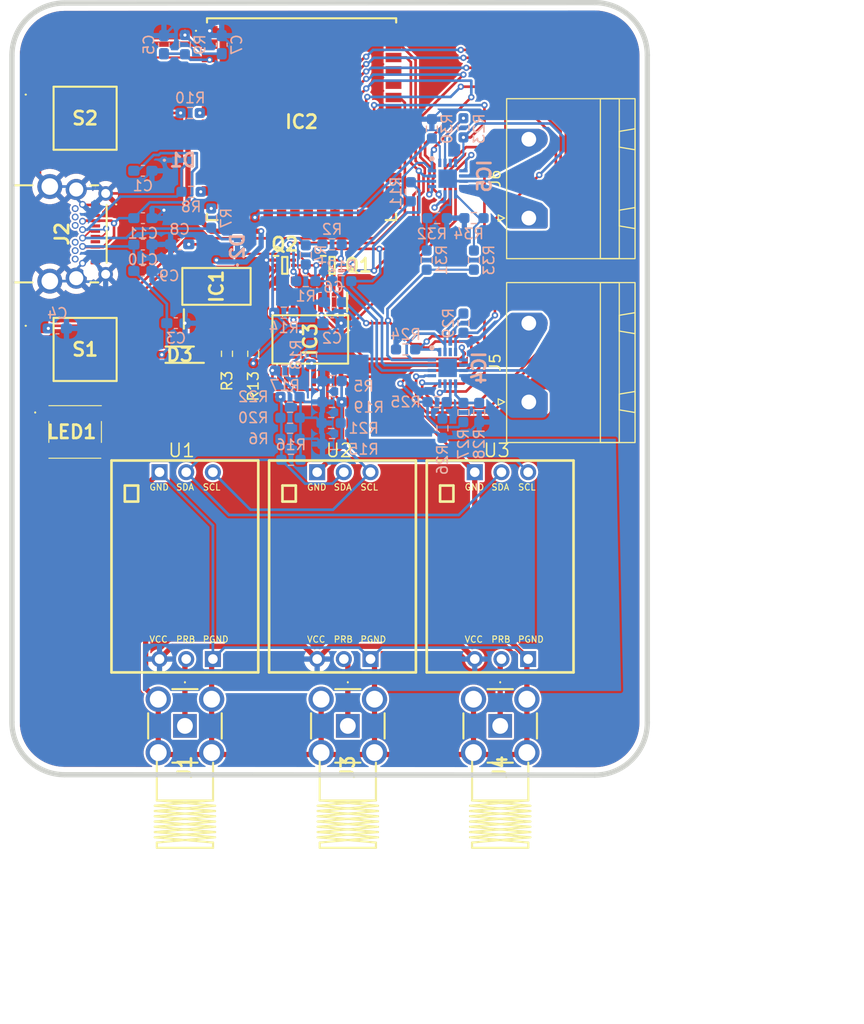
<source format=kicad_pcb>
(kicad_pcb (version 20241229) (generator "pcbnew") (generator_version "9.0")
  (layers (0 "F.Cu" signal) (2 "B.Cu" signal) (13 "F.Paste" user) (15 "B.Paste" user) (5 "F.SilkS" user "F.Silkscreen") (7 "B.SilkS" user "B.Silkscreen") (1 "F.Mask" user) (3 "B.Mask" user) (25 "Edge.Cuts" user))
  (net 0 "")
  (net 1 "+5V_USB")
  (net 2 "GND")
  (net 3 "/ESP32_MCU/GPIO0")
  (net 4 "/ESP32_MCU/EN")
  (net 5 "Net-(IC2-RTC_GPIO19{slash}GPIO19{slash}U1RTS{slash}ADC2_CH8{slash}CLK_OUT2{slash}USB_D-)")
  (net 6 "Net-(IC2-RTC_GPIO20{slash}GPIO20{slash}U1CTS{slash}ADC2_CH9{slash}CLK_OUT1{slash}USB_D+)")
  (net 7 "Net-(D3-K)")
  (net 9 "/ESP32_MCU/M_NFAULT")
  (net 11 "/ESP32_MCU/LED_DIN")
  (net 12 "/NSLEEP")
  (net 16 "/M2_IPROPI")
  (net 18 "/ESP32_MCU/UART_1_MCU_TX")
  (net 19 "/ESP32_MCU/UART_0_MCU_RX")
  (net 23 "/ESP32_MCU/ISO_EN")
  (net 26 "/ESP32_MCU/UART_0_MCU_TX")
  (net 27 "/ESP32_MCU/UART_2_MCU_RX")
  (net 28 "/ESP32_MCU/I2C_0_MCU_SCL")
  (net 30 "/ESP32_MCU/UART_1_MCU_RX")
  (net 31 "/M1_PMW2")
  (net 32 "/ESP32_MCU/MCU_USB_DN")
  (net 33 "/ESP32_MCU/MCU_USB_DP")
  (net 36 "/M1_PMW1")
  (net 38 "/ESP32_MCU/UART_2_MCU_TX")
  (net 39 "/ESP32_MCU/I2C_0_MCU_SDA")
  (net 41 "/ESP32_MCU/M2_PWM2")
  (net 42 "/ESP32_MCU/M2_PWM1")
  (net 43 "/M1_IPROPI")
  (net 44 "Net-(IC3-VSEL)")
  (net 45 "Earth_Clean")
  (net 46 "/electrical_isolator/SDA")
  (net 47 "/Cond_Subcircuit/TX_(SDA)")
  (net 48 "/Cond_Subcircuit/RX_(SCL)")
  (net 51 "/electrical_isolator/VISO")
  (net 52 "/electrical_isolator/SCL")
  (net 53 "Net-(IC3-PDIS)")
  (net 54 "Net-(IC4-A0)")
  (net 55 "Net-(IC4-OUT1)")
  (net 56 "Net-(IC4-OUT2)")
  (net 57 "Net-(IC4-A1)")
  (net 59 "Net-(IC5-A0)")
  (net 61 "Net-(IC5-OUT1)")
  (net 62 "Net-(IC5-A1)")
  (net 63 "Net-(IC5-OUT2)")
  (net 64 "Net-(J1-SIG)")
  (net 77 "Net-(J3-SIG)")
  (net 78 "Net-(J4-SIG)")
  (net 80 "Net-(LED1-DIN)")
  (net 81 "/electrical_isolator/ISO_EN")
  (net 86 "V_MCU")
  (footprint "SamacSys_Parts:RFPCSMA27F" (layer "F.Cu") (at 165.5 126.82 90)
    (property "Reference" "J4")
    (property "Value" "RFPC-SMA27-F" (hide yes))
  )
  (footprint "Resistor_SMD:R_0603_1608Metric_Pad0.98x0.95mm_HandSolder" (layer "F.Cu") (at 139.5 91.4125 -90)
    (property "Reference" "R3")
    (property "Value" "10k")
  )
  (footprint "SamacSys_Parts:SOP65P780X200-20N" (layer "F.Cu") (at 147.425 90.05 -90)
    (property "Reference" "IC3")
    (property "Value" "ADM3260ARSZ" (hide yes))
  )
  (footprint "SamacSys_Parts:RFPCSMA27F" (layer "F.Cu") (at 135.5 126.82 90)
    (property "Reference" "J1")
    (property "Value" "RFPC-SMA27-F" (hide yes))
  )
  (footprint "SamacSys_Parts:SOTFL50P160X60-6N" (layer "F.Cu") (at 149.5 83)
    (property "Reference" "Q1")
    (property "Value" "SSM6N35AFE,LF" (hide yes))
  )
  (footprint "aquaponics_pcb:EZO FOOTPRINT" (layer "F.Cu") (at 158 123)
    (property "Reference" "U3")
    (property "Value" "Atlas Scientific EZO")
  )
  (footprint "SamacSys_Parts:TS046650BK260SMTTR" (layer "F.Cu") (at 126 69)
    (property "Reference" "S2")
    (property "Value" "TS04-66-50-BK-260-SMT-TR" (hide yes))
  )
  (footprint "SamacSys_Parts:SOD3716X145N" (layer "F.Cu") (at 135 91.5 180)
    (property "Reference" "D3")
    (property "Value" "1N5819HW-7-F" (hide yes))
  )
  (footprint "Resistor_SMD:R_0603_1608Metric_Pad0.98x0.95mm_HandSolder" (layer "F.Cu") (at 142 91.4125 90)
    (property "Reference" "R13")
    (property "Value" "1M")
  )
  (footprint "Connector_Phoenix_GMSTB:PhoenixContact_GMSTBA_2,5_2-G_1x02_P7.50mm_Horizontal" (layer "F.Cu") (at 168.2225 96 90)
    (property "Reference" "J5")
    (property "Value" "Screw_Terminal_01x02")
  )
  (footprint "SamacSys_Parts:TS046650BK260SMTTR" (layer "F.Cu") (at 126 91)
    (property "Reference" "S1")
    (property "Value" "TS04-66-50-BK-260-SMT-TR" (hide yes))
  )
  (footprint "SamacSys_Parts:SOT230P700X180-4N" (layer "F.Cu") (at 138.5 85 90)
    (property "Reference" "IC1")
    (property "Value" "AZ1117CH-3.3TRG1" (hide yes))
  )
  (footprint "SamacSys_Parts:WS2812BB" (layer "F.Cu") (at 125.05 98.85)
    (property "Reference" "LED1")
    (property "Value" "WS2812B-B" (hide yes))
  )
  (footprint "SamacSys_Parts:ESP32S3WROOM1UN8" (layer "F.Cu") (at 146.6 69.09)
    (property "Reference" "IC2")
    (property "Value" "ESP32-S3-WROOM-1U-N8" (hide yes))
  )
  (footprint "SamacSys_Parts:RFPCSMA27F" (layer "F.Cu") (at 151 126.82 90)
    (property "Reference" "J3")
    (property "Value" "RFPC-SMA27-F" (hide yes))
  )
  (footprint "SamacSys_Parts:23387921" (layer "F.Cu") (at 123.5 80 -90)
    (property "Reference" "J2")
    (property "Value" "2338792-1" (hide yes))
  )
  (footprint "aquaponics_pcb:EZO FOOTPRINT" (layer "F.Cu") (at 143 123)
    (property "Reference" "U2")
    (property "Value" "Atlas Scientific EZO")
  )
  (footprint "Connector_Phoenix_GMSTB:PhoenixContact_GMSTBA_2,5_2-G_1x02_P7.50mm_Horizontal" (layer "F.Cu") (at 168.2225 78.5 90)
    (property "Reference" "J6")
    (property "Value" "Screw_Terminal_01x02")
  )
  (footprint "aquaponics_pcb:EZO FOOTPRINT" (layer "F.Cu") (at 128 123)
    (property "Reference" "U1")
    (property "Value" "Atlas Scientific EZO")
  )
  (footprint "SamacSys_Parts:SOTFL50P160X60-6N" (layer "F.Cu") (at 145 83)
    (property "Reference" "Q2")
    (property "Value" "SSM6N35AFE,LF" (hide yes))
  )
  (footprint "Capacitor_SMD:C_0603_1608Metric_Pad1.08x0.95mm_HandSolder" (layer "B.Cu") (at 134.6375 88.5)
    (property "Reference" "C3")
    (property "Value" "100nF")
  )
  (footprint "Resistor_SMD:R_0603_1608Metric_Pad0.98x0.95mm_HandSolder" (layer "B.Cu") (at 156.5 91 180)
    (property "Reference" "R24")
    (property "Value" "8.45k")
  )
  (footprint "Resistor_SMD:R_0603_1608Metric_Pad0.98x0.95mm_HandSolder" (layer "B.Cu") (at 149.5 100)
    (property "Reference" "R15")
    (property "Value" "4.7k")
  )
  (footprint "Resistor_SMD:R_0603_1608Metric_Pad0.98x0.95mm_HandSolder" (layer "B.Cu") (at 145 93)
    (property "Reference" "R17")
    (property "Value" "10k")
  )
  (footprint "Resistor_SMD:R_0603_1608Metric_Pad0.98x0.95mm_HandSolder" (layer "B.Cu") (at 150.4125 84.5 180)
    (property "Reference" "R12")
    (property "Value" "10k")
  )
  (footprint "Resistor_SMD:R_0603_1608Metric_Pad0.98x0.95mm_HandSolder" (layer "B.Cu") (at 157 76 -90)
    (property "Reference" "R11")
    (property "Value" "10k")
  )
  (footprint "SamacSys_Parts:QFN50P300X300X80-17N-D" (layer "B.Cu") (at 160.5 92.75 -90)
    (property "Reference" "IC4")
    (property "Value" "DRV8214RTER" (hide yes))
  )
  (footprint "Resistor_SMD:R_0603_1608Metric_Pad0.98x0.95mm_HandSolder" (layer "B.Cu") (at 162 69.9125 -90)
    (property "Reference" "R23")
    (property "Value" "10k")
  )
  (footprint "Resistor_SMD:R_0603_1608Metric_Pad0.98x0.95mm_HandSolder" (layer "B.Cu") (at 159.5 96)
    (property "Reference" "R25")
    (property "Value" "10k")
  )
  (footprint "Resistor_SMD:R_0603_1608Metric_Pad0.98x0.95mm_HandSolder" (layer "B.Cu") (at 149.5 81 180)
    (property "Reference" "R2")
    (property "Value" "10k")
  )
  (footprint "Capacitor_SMD:C_0603_1608Metric_Pad1.08x0.95mm_HandSolder" (layer "B.Cu") (at 131.5 81.02)
    (property "Reference" "C10")
    (property "Value" "1uF")
  )
  (footprint "Resistor_SMD:R_0603_1608Metric_Pad0.98x0.95mm_HandSolder" (layer "B.Cu") (at 145.5 95.5 180)
    (property "Reference" "R22")
    (property "Value" "4.7k")
  )
  (footprint "Resistor_SMD:R_0603_1608Metric_Pad0.98x0.95mm_HandSolder" (layer "B.Cu") (at 160 98.5 -90)
    (property "Reference" "R26")
    (property "Value" "10k")
  )
  (footprint "Resistor_SMD:R_0603_1608Metric_Pad0.98x0.95mm_HandSolder" (layer "B.Cu") (at 147 82 90)
    (property "Reference" "R4")
    (property "Value" "10k")
  )
  (footprint "Resistor_SMD:R_0603_1608Metric_Pad0.98x0.95mm_HandSolder" (layer "B.Cu") (at 147 84.5)
    (property "Reference" "R1")
    (property "Value" "10k")
  )
  (footprint "Resistor_SMD:R_0603_1608Metric_Pad0.98x0.95mm_HandSolder" (layer "B.Cu") (at 136 68.5 180)
    (property "Reference" "R10")
    (property "Value" "0")
  )
  (footprint "Capacitor_SMD:C_0603_1608Metric_Pad1.08x0.95mm_HandSolder" (layer "B.Cu") (at 131.5 78.51)
    (property "Reference" "C11")
    (property "Value" "100nF")
  )
  (footprint "Capacitor_SMD:C_0603_1608Metric_Pad1.08x0.95mm_HandSolder" (layer "B.Cu") (at 149.6375 86.5 180)
    (property "Reference" "C6")
    (property "Value" "10uF")
  )
  (footprint "Resistor_SMD:R_0603_1608Metric_Pad0.98x0.95mm_HandSolder" (layer "B.Cu") (at 149.5 96)
    (property "Reference" "R19")
    (property "Value" "4.7k")
  )
  (footprint "Resistor_SMD:R_0603_1608Metric_Pad0.98x0.95mm_HandSolder" (layer "B.Cu") (at 163 78.5 180)
    (property "Reference" "R34")
    (property "Value" "10k")
  )
  (footprint "Resistor_SMD:R_0603_1608Metric_Pad0.98x0.95mm_HandSolder" (layer "B.Cu") (at 159.5 78.5)
    (property "Reference" "R32")
    (property "Value" "10k")
  )
  (footprint "Resistor_SMD:R_0603_1608Metric_Pad0.98x0.95mm_HandSolder" (layer "B.Cu") (at 163 82.5 90)
    (property "Reference" "R33")
    (property "Value" "10k")
  )
  (footprint "Resistor_SMD:R_0603_1608Metric_Pad0.98x0.95mm_HandSolder" (layer "B.Cu") (at 149.4125 98)
    (property "Reference" "R21")
    (property "Value" "4.7k")
  )
  (footprint "Resistor_SMD:R_0603_1608Metric_Pad0.98x0.95mm_HandSolder" (layer "B.Cu") (at 162 88.5 -90)
    (property "Reference" "R29")
    (property "Value" "10k")
  )
  (footprint "Resistor_SMD:R_0603_1608Metric_Pad0.98x0.95mm_HandSolder" (layer "B.Cu") (at 158.5 82.5 90)
    (property "Reference" "R31")
    (property "Value" "10k")
  )
  (footprint "Capacitor_SMD:C_0603_1608Metric_Pad1.08x0.95mm_HandSolder" (layer "B.Cu") (at 139 62 90)
    (property "Reference" "C7")
    (property "Value" "1uF")
  )
  (footprint "Resistor_SMD:R_0603_1608Metric_Pad0.98x0.95mm_HandSolder" (layer "B.Cu") (at 149.5 94)
    (property "Reference" "R5")
    (property "Value" "4.7k")
  )
  (footprint "Resistor_SMD:R_0603_1608Metric_Pad0.98x0.95mm_HandSolder" (layer "B.Cu") (at 145.5875 101.5 180)
    (property "Reference" "R16")
    (property "Value" "4.7k")
  )
  (footprint "Resistor_SMD:R_0603_1608Metric_Pad0.98x0.95mm_HandSolder" (layer "B.Cu") (at 163.5 97 -90)
    (property "Reference" "R28")
    (property "Value" "10k")
  )
  (footprint "Resistor_SMD:R_0603_1608Metric_Pad0.98x0.95mm_HandSolder" (layer "B.Cu") (at 147.5 91.5 -90)
    (property "Reference" "R18")
    (property "Value" "4.7k")
  )
  (footprint "Capacitor_SMD:C_0603_1608Metric_Pad1.08x0.95mm_HandSolder" (layer "B.Cu") (at 131.5 83.53)
    (property "Reference" "C9")
    (property "Value" "10uF")
  )
  (footprint "SamacSys_Parts:CPDH5V0PHF" (layer "B.Cu") (at 140.5 81.21 90)
    (property "Reference" "D2")
    (property "Value" "CPDH5V0P-HF" (hide yes))
  )
  (footprint "SamacSys_Parts:QFN50P300X300X80-17N-D" (layer "B.Cu") (at 160.5 74.75 -90)
    (property "Reference" "IC5")
    (property "Value" "DRV8214RTER" (hide yes))
  )
  (footprint "Capacitor_SMD:C_0603_1608Metric_Pad1.08x0.95mm_HandSolder" (layer "B.Cu") (at 149.5 88.5)
    (property "Reference" "C2")
    (property "Value" "1uF")
  )
  (footprint "Capacitor_SMD:C_0603_1608Metric_Pad1.08x0.95mm_HandSolder" (layer "B.Cu") (at 123.3625 89 180)
    (property "Reference" "C4")
    (property "Value" "1uF")
  )
  (footprint "Resistor_SMD:R_0603_1608Metric_Pad0.98x0.95mm_HandSolder" (layer "B.Cu") (at 162 97 90)
    (property "Reference" "R27")
    (property "Value" "10k")
  )
  (footprint "SamacSys_Parts:CPDH5V0PHF" (layer "B.Cu") (at 135.29 73)
    (property "Reference" "D1")
    (property "Value" "CPDH5V0P-HF" (hide yes))
  )
  (footprint "Resistor_SMD:R_0603_1608Metric_Pad0.98x0.95mm_HandSolder" (layer "B.Cu") (at 145.5 99.5 180)
    (property "Reference" "R6")
    (property "Value" "4.7k")
  )
  (footprint "Resistor_SMD:R_0603_1608Metric_Pad0.98x0.95mm_HandSolder" (layer "B.Cu") (at 135.5 62 90)
    (property "Reference" "R9")
    (property "Value" "10k")
  )
  (footprint "Resistor_SMD:R_0603_1608Metric_Pad0.98x0.95mm_HandSolder" (layer "B.Cu") (at 145.5 97.5 180)
    (property "Reference" "R20")
    (property "Value" "4.7k")
  )
  (footprint "Resistor_SMD:R_0603_1608Metric_Pad0.98x0.95mm_HandSolder" (layer "B.Cu") (at 159 70 90)
    (property "Reference" "R30")
    (property "Value" "8.45k")
  )
  (footprint "Capacitor_SMD:C_0603_1608Metric_Pad1.08x0.95mm_HandSolder" (layer "B.Cu") (at 135 81 180)
    (property "Reference" "C8")
    (property "Value" "100nF")
  )
  (footprint "Resistor_SMD:R_0603_1608Metric_Pad0.98x0.95mm_HandSolder" (layer "B.Cu") (at 138 78.5 90)
    (property "Reference" "R7")
    (property "Value" "0")
  )
  (footprint "Capacitor_SMD:C_0603_1608Metric_Pad1.08x0.95mm_HandSolder" (layer "B.Cu") (at 133.5 62 -90)
    (property "Reference" "C5")
    (property "Value" "1uF")
  )
  (footprint "Capacitor_SMD:C_0603_1608Metric_Pad1.08x0.95mm_HandSolder" (layer "B.Cu") (at 131.5 74)
    (property "Reference" "C1")
    (property "Value" "10uF")
  )
  (footprint "Resistor_SMD:R_0603_1608Metric_Pad0.98x0.95mm_HandSolder" (layer "B.Cu") (at 136.0875 76)
    (property "Reference" "R8")
    (property "Value" "0")
  )
  (footprint "Resistor_SMD:R_0603_1608Metric_Pad0.98x0.95mm_HandSolder" (layer "B.Cu") (at 144.9125 87.5)
    (property "Reference" "R14")
    (property "Value" "1M")
  )
  (gr_line (start 174.496479 131.499998) (end 124.031979 131.464463) (stroke (width 0.5)) (layer "Edge.Cuts"))
  (gr_line (start 124.031979 58.035536) (end 174.496479 58.000002) (stroke (width 0.5)) (layer "Edge.Cuts"))
  (gr_line (start 179.499999 63) (end 179.5 63) (stroke (width 0.5)) (layer "Edge.Cuts"))
  (gr_line (start 174.496468 131.499989) (end 174.496468 131.499997) (stroke (width 0.5)) (layer "Edge.Cuts"))
  (gr_line (start 174.496479 131.499999) (end 174.496479 131.499998) (stroke (width 0.5)) (layer "Edge.Cuts"))
  (gr_line (start 119.035536 126.4645) (end 119.035535 126.4645) (stroke (width 0.5)) (layer "Edge.Cuts"))
  (gr_arc (start 124.031979 131.464463) (mid 120.498747 129.998764) (end 119.035536 126.4645) (stroke (width 0.5)) (layer "Edge.Cuts"))
  (gr_arc (start 119.035534 63.0355) (mid 120.498754 59.501244) (end 124.031979 58.035536) (stroke (width 0.5)) (layer "Edge.Cuts"))
  (gr_line (start 179.5 63) (end 179.5 126.5) (stroke (width 0.5)) (layer "Edge.Cuts"))
  (gr_line (start 119.035535 126.4645) (end 119.035534 63.0355) (stroke (width 0.5)) (layer "Edge.Cuts"))
  (gr_arc (start 174.496479 58.000002) (mid 178.034288 59.463222) (end 179.499999 63) (stroke (width 0.5)) (layer "Edge.Cuts"))
  (gr_arc (start 179.5 126.5) (mid 178.034289 130.036779) (end 174.496468 131.499997) (stroke (width 0.5)) (layer "Edge.Cuts"))
  (segment (start 152.649998 91.899998) (end 148.5 87.75) (width 0.25) (layer "F.Cu") (net 1))
  (segment (start 161.680573 91.899998) (end 152.649998 91.899998) (width 0.25) (layer "F.Cu") (net 1))
  (segment (start 128.5 78.75) (end 126.975 78.75) (width 0.25) (layer "F.Cu") (net 1))
  (segment (start 128.75 79) (end 128.5 78.75) (width 0.25) (layer "F.Cu") (net 1))
  (segment (start 162.75 72.5) (end 161.25 74) (width 0.25) (layer "F.Cu") (net 1))
  (segment (start 125.805 81.25) (end 126.975 81.25) (width 0.25) (layer "F.Cu") (net 1))
  (segment (start 134.125 92.325) (end 133.3 91.5) (width 0.2) (layer "F.Cu") (net 1))
  (segment (start 143.976 85.274) (end 143.842313 85.407687) (width 0.25) (layer "F.Cu") (net 1))
  (segment (start 139.5 92.325) (end 142 92.325) (width 0.2) (layer "F.Cu") (net 1))
  (segment (start 161.25 78.75) (end 150.375 89.625) (width 0.25) (layer "F.Cu") (net 1))
  (segment (start 162.119087 91.461484) (end 161.680573 91.899998) (width 0.25) (layer "F.Cu") (net 1))
  (segment (start 161.25 74) (end 161.25 78.75) (width 0.25) (layer "F.Cu") (net 1))
  (segment (start 148.5 86.6) (end 148.4 86.5) (width 0.25) (layer "F.Cu") (net 1))
  (segment (start 125.755 78.8) (end 125.805 78.75) (width 0.25) (layer "F.Cu") (net 1))
  (segment (start 128.75 80.227) (end 127.727 81.25) (width 0.25) (layer "F.Cu") (net 1))
  (segment (start 125.755 81.2) (end 125.805 81.25) (width 0.25) (layer "F.Cu") (net 1))
  (segment (start 162.119087 91.344085) (end 162.119087 91.461484) (width 0.25) (layer "F.Cu") (net 1))
  (segment (start 125.805 78.75) (end 126.975 78.75) (width 0.25) (layer "F.Cu") (net 1))
  (segment (start 145.051 85.274) (end 143.976 85.274) (width 0.25) (layer "F.Cu") (net 1))
  (segment (start 161.849306 91.074304) (end 162.119087 91.344085) (width 0.25) (layer "F.Cu") (net 1))
  (segment (start 145.15 86.5) (end 145.15 85.373) (width 0.25) (layer "F.Cu") (net 1))
  (segment (start 128.75 79) (end 128.75 80.227) (width 0.25) (layer "F.Cu") (net 1))
  (segment (start 148.5 87.75) (end 148.5 86.6) (width 0.25) (layer "F.Cu") (net 1))
  (segment (start 150.375 89.625) (end 148.5 87.75) (width 0.25) (layer "F.Cu") (net 1))
  (segment (start 143.842313 85.407687) (end 143.842313 87.523625) (width 0.25) (layer "F.Cu") (net 1))
  (segment (start 127.727 81.25) (end 126.975 81.25) (width 0.25) (layer "F.Cu") (net 1))
  (segment (start 161.849306 90.825) (end 161.849306 91.074304) (width 0.25) (layer "F.Cu") (net 1))
  (segment (start 145.15 85.373) (end 145.051 85.274) (width 0.25) (layer "F.Cu") (net 1))
  (segment (start 139.5 92.325) (end 134.125 92.325) (width 0.2) (layer "F.Cu") (net 1))
  (via (at 143.842313 87.523625) (size 0.6) (drill 0.3) (layers "F.Cu" "B.Cu") (net 1))
  (via (at 142 92.325) (size 0.6) (drill 0.3) (layers "F.Cu" "B.Cu") (net 1))
  (via (at 162.75 72.5) (size 0.6) (drill 0.3) (layers "F.Cu" "B.Cu") (net 1))
  (via (at 161.849306 90.825) (size 0.6) (drill 0.3) (layers "F.Cu" "B.Cu") (net 1))
  (via (at 148.5 87.75) (size 0.6) (drill 0.3) (layers "F.Cu" "B.Cu") (net 1))
  (via (at 128.75 79) (size 0.6) (drill 0.3) (layers "F.Cu" "B.Cu") (net 1))
  (via (at 133.3 91.5) (size 0.6) (drill 0.3) (layers "F.Cu" "B.Cu") (net 1))
  (segment (start 133.775 88.5) (end 133.775 86.6675) (width 0.25) (layer "B.Cu") (net 1))
  (segment (start 145.251 88.751) (end 145.25 88.75) (width 0.25) (layer "B.Cu") (net 1))
  (segment (start 130.6375 78.51) (end 129.24 78.51) (width 0.25) (layer "B.Cu") (net 1))
  (segment (start 161.850002 91.163176) (end 162 91.313174) (width 0.25) (layer "B.Cu") (net 1))
  (segment (start 136.1865 74.1155) (end 136.626 73.676) (width 0.25) (layer "B.Cu") (net 1))
  (segment (start 133 72.5) (end 132.52151 72.5) (width 0.25) (layer "B.Cu") (net 1))
  (segment (start 133.176 72.324) (end 133 72.5) (width 0.25) (layer "B.Cu") (net 1))
  (segment (start 148.5875 81) (end 147.0875 81) (width 0.2) (layer "B.Cu") (net 1))
  (segment (start 148.3865 88.751) (end 145.251 88.751) (width 0.25) (layer "B.Cu") (net 1))
  (segment (start 147.0875 81) (end 147 81.0875) (width 0.2) (layer "B.Cu") (net 1))
  (segment (start 130.4575 81.2) (end 125.755 81.2) (width 0.25) (layer "B.Cu") (net 1))
  (segment (start 145.25 88.75) (end 144 87.5) (width 0.25) (layer "B.Cu") (net 1))
  (segment (start 148.6375 87.8875) (end 148.5 87.75) (width 0.25) (layer "B.Cu") (net 1))
  (segment (start 161.849306 90.825) (end 161.850002 90.825696) (width 0.25) (layer "B.Cu") (net 1))
  (segment (start 161.850002 90.825696) (end 161.850002 91.163176) (width 0.25) (layer "B.Cu") (net 1))
  (segment (start 148.6375 88.5) (end 148.6375 87.8875) (width 0.25) (layer "B.Cu") (net 1))
  (segment (start 136.626 72.324) (end 133.176 72.324) (width 0.25) (layer "B.Cu") (net 1))
  (segment (start 129.24 78.51) (end 128.75 79) (width 0.25) (layer "B.Cu") (net 1))
  (segment (start 145.25 88.75) (end 142 92) (width 0.25) (layer "B.Cu") (net 1))
  (segment (start 133.775 91.025) (end 133.3 91.5) (width 0.25) (layer "B.Cu") (net 1))
  (segment (start 162 91.313174) (end 162 92) (width 0.25) (layer "B.Cu") (net 1))
  (segment (start 132.52151 72.5) (end 131.02151 74) (width 0.25) (layer "B.Cu") (net 1))
  (segment (start 136.1865 76.3135) (end 136.1865 74.1155) (width 0.25) (layer "B.Cu") (net 1))
  (segment (start 136.626 73.676) (end 136.626 72.324) (width 0.25) (layer "B.Cu") (net 1))
  (segment (start 130.6375 81.02) (end 130.4575 81.2) (width 0.25) (layer "B.Cu") (net 1))
  (segment (start 143.842313 81.843099) (end 143.842313 87.523625) (width 0.25) (layer "B.Cu") (net 1))
  (segment (start 131.02151 74) (end 130.6375 74) (width 0.25) (layer "B.Cu") (net 1))
  (segment (start 145.261412 80.424) (end 143.842313 81.843099) (width 0.25) (layer "B.Cu") (net 1))
  (segment (start 148.6375 88.5) (end 148.3865 88.751) (width 0.25) (layer "B.Cu") (net 1))
  (segment (start 130.6375 78.51) (end 132.1475 77) (width 0.25) (layer "B.Cu") (net 1))
  (segment (start 162.263909 73.736091) (end 162 74) (width 0.25) (layer "B.Cu") (net 1))
  (segment (start 133.775 88.5) (end 133.775 91.025) (width 0.25) (layer "B.Cu") (net 1))
  (segment (start 135.5 77) (end 136.1865 76.3135) (width 0.25) (layer "B.Cu") (net 1))
  (segment (start 146.3365 80.424) (end 145.261412 80.424) (width 0.25) (layer "B.Cu") (net 1))
  (segment (start 162.263909 72.986091) (end 162.263909 73.736091) (width 0.25) (layer "B.Cu") (net 1))
  (segment (start 147 81.0875) (end 146.3365 80.424) (width 0.25) (layer "B.Cu") (net 1))
  (segment (start 130.6375 83.53) (end 130.6375 81.02) (width 0.25) (layer "B.Cu") (net 1))
  (segment (start 142 92) (end 142 92.325) (width 0.25) (layer "B.Cu") (net 1))
  (segment (start 132.1475 77) (end 135.5 77) (width 0.25) (layer "B.Cu") (net 1))
  (segment (start 162.75 72.5) (end 162.263909 72.986091) (width 0.25) (layer "B.Cu") (net 1))
  (segment (start 133.775 86.6675) (end 130.6375 83.53) (width 0.25) (layer "B.Cu") (net 1))
  (segment (start 144.7265 83.88569) (end 144.7265 82.524) (width 0.25) (layer "F.Cu") (net 2))
  (segment (start 127.5 100.5) (end 126.724 101.276) (width 0.25) (layer "F.Cu") (net 2))
  (segment (start 126.899917 82.75) (end 126.875917 82.726) (width 0.25) (layer "F.Cu") (net 2))
  (segment (start 135.9 88.1) (end 135.5 88.5) (width 0.25) (layer "F.Cu") (net 2))
  (segment (start 143.7 67) (end 143.7 69.8) (width 0.25) (layer "F.Cu") (net 2))
  (segment (start 121.524 101.276) (end 121.25 101.002) (width 0.25) (layer "F.Cu") (net 2))
  (segment (start 136.2 88.1) (end 135.9 88.1) (width 0.25) (layer "F.Cu") (net 2))
  (segment (start 143.603725 88.099625) (end 143.266313 87.762213) (width 0.25) (layer "F.Cu") (net 2))
  (segment (start 133.5 77.75) (end 131.905 76.155) (width 0.25) (layer "F.Cu") (net 2))
  (segment (start 146.5 67) (end 146.5 69.8) (width 0.25) (layer "F.Cu") (net 2))
  (segment (start 138.85 60.68) (end 143.7 65.53) (width 0.25) (layer "F.Cu") (net 2))
  (segment (start 144.75 89.25) (end 146.5 89.25) (width 0.25) (layer "F.Cu") (net 2))
  (segment (start 144.5 86.5) (end 144.5 87.680526) (width 0.25) (layer "F.Cu") (net 2))
  (segment (start 144.5 89) (end 144.75 89.25) (width 0.25) (layer "F.Cu") (net 2))
  (segment (start 155.35 60.68) (end 150.02 60.68) (width 0.25) (layer "F.Cu") (net 2))
  (segment (start 144.080901 88.099625) (end 143.603725 88.099625) (width 0.25) (layer "F.Cu") (net 2))
  (segment (start 125.805 77.25) (end 125.755 77.2) (width 0.25) (layer "F.Cu") (net 2))
  (segment (start 131.905 76.155) (end 127.955 76.155) (width 0.25) (layer "F.Cu") (net 2))
  (segment (start 144.5 87.680526) (end 144.080901 88.099625) (width 0.25) (layer "F.Cu") (net 2))
  (segment (start 146.45 88.95) (end 146.45 86.5) (width 0.25) (layer "F.Cu") (net 2))
  (segment (start 150.3625 87.6625) (end 150.3625 88.5) (width 0.25) (layer "F.Cu") (net 2))
  (segment (start 120.574 86.566) (end 122.64 84.5) (width 0.25) (layer "F.Cu") (net 2))
  (segment (start 126.975 82.75) (end 126.899917 82.75) (width 0.25) (layer "F.Cu") (net 2))
  (segment (start 121.7 93.25) (end 120.574 92.124) (width 0.25) (layer "F.Cu") (net 2))
  (segment (start 120.574 92.124) (end 120.574 86.566) (width 0.25) (layer "F.Cu") (net 2))
  (segment (start 146.5 67) (end 143.7 67) (width 0.25) (layer "F.Cu") (net 2))
  (segment (start 150.35 87.65) (end 150.3625 87.6625) (width 0.25) (layer "F.Cu") (net 2))
  (segment (start 143.266313 85.345877) (end 144.7265 83.88569) (width 0.25) (layer "F.Cu") (net 2))
  (segment (start 146.5 89) (end 147.75 87.75) (width 0.25) (layer "F.Cu") (net 2))
  (segment (start 121.25 101.002) (end 121.25 93.7) (width 0.25) (layer "F.Cu") (net 2))
  (segment (start 144.7025 82.5) (end 144.168 82.5) (width 0.25) (layer "F.Cu") (net 2))
  (segment (start 121.7 74.56) (end 122.64 75.5) (width 0.25) (layer "F.Cu") (net 2))
  (segment (start 144.7265 82.524) (end 144.7025 82.5) (width 0.25) (layer "F.Cu") (net 2))
  (segment (start 146.5 89) (end 146.45 88.95) (width 0.25) (layer "F.Cu") (net 2))
  (segment (start 145.1 67) (end 145.1 69.8) (width 0.25) (layer "F.Cu") (net 2))
  (segment (start 126.975 77.25) (end 125.805 77.25) (width 0.25) (layer "F.Cu") (net 2))
  (segment (start 121.25 93.7) (end 121.7 93.25) (width 0.25) (layer "F.Cu") (net 2))
  (segment (start 144.5 86.5) (end 144.5 89) (width 0.25) (layer "F.Cu") (net 2))
  (segment (start 126.724 101.276) (end 121.524 101.276) (width 0.25) (layer "F.Cu") (net 2))
  (segment (start 143.7 69.8) (end 146.5 69.8) (width 0.25) (layer "F.Cu") (net 2))
  (segment (start 150.35 87.65) (end 150.35 86.5) (width 0.25) (layer "F.Cu") (net 2))
  (segment (start 143.7 68.4) (end 146.5 68.4) (width 0.25) (layer "F.Cu") (net 2))
  (segment (start 127.955 83.73) (end 127.955 83.845) (width 0.25) (layer "F.Cu") (net 2))
  (segment (start 147.75 87.75) (end 147.75 86.5) (width 0.25) (layer "F.Cu") (net 2))
  (segment (start 150.02 60.68) (end 143.7 67) (width 0.25) (layer "F.Cu") (net 2))
  (segment (start 121.7 71.25) (end 121.7 74.56) (width 0.25) (layer "F.Cu") (net 2))
  (segment (start 143.25 82.5) (end 144.168 82.5) (width 0.25) (layer "F.Cu") (net 2))
  (segment (start 143.266313 87.762213) (end 143.266313 85.345877) (width 0.25) (layer "F.Cu") (net 2))
  (segment (start 137.85 60.68) (end 138.85 60.68) (width 0.25) (layer "F.Cu") (net 2))
  (segment (start 146.5 89.25) (end 146.5 89) (width 0.25) (layer "F.Cu") (net 2))
  (segment (start 126.975 82.75) (end 127.955 83.73) (width 0.25) (layer "F.Cu") (net 2))
  (segment (start 143.7 65.53) (end 143.7 67) (width 0.25) (layer "F.Cu") (net 2))
  (via (at 133.5 77.75) (size 0.6) (drill 0.3) (layers "F.Cu" "B.Cu") (net 2))
  (via (at 143.25 82.5) (size 0.6) (drill 0.3) (layers "F.Cu" "B.Cu") (net 2))
  (via (at 150.3625 88.5) (size 0.6) (drill 0.3) (layers "F.Cu" "B.Cu") (net 2))
  (via (at 146.5 89.326) (size 0.6) (drill 0.3) (layers "F.Cu" "B.Cu") (net 2))
  (via (at 135.5 88.5) (size 0.6) (drill 0.3) (layers "F.Cu" "B.Cu") (net 2))
  (via (at 137.85 60.68) (size 0.6) (drill 0.3) (layers "F.Cu" "B.Cu") (net 2))
  (segment (start 125.155 84.22) (end 125.486 84.551) (width 0.25) (layer "B.Cu") (net 2))
  (segment (start 166.921747 74.976) (end 160.726 74.976) (width 0.25) (layer "B.Cu") (net 2))
  (segment (start 159.3385 86.774) (end 169 86.774) (width 0.25) (layer "B.Cu") (net 2))
  (segment (start 125.155 75.78) (end 125.236 75.699) (width 0.25) (layer "B.Cu") (net 2))
  (segment (start 135.5 86.6675) (end 132.3625 83.53) (width 0.25) (layer "B.Cu") (net 2))
  (segment (start 159.4395 98.852) (end 160 99.4125) (width 0.25) (layer "B.Cu") (net 2))
  (segment (start 125.236 75.699) (end 127.499 75.699) (width 0.25) (layer "B.Cu") (net 2))
  (segment (start 170.3485 77.504486) (end 167.820014 74.976) (width 0.25) (layer "B.Cu") (net 2))
  (segment (start 154.06319 93.451) (end 154.06319 94.81319) (width 0.25) (layer "B.Cu") (net 2))
  (segment (start 170.3485 95.004486) (end 170.3485 97.9015) (width 0.25) (layer "B.Cu") (net 2))
  (segment (start 132.3625 74) (end 134.3625 74) (width 0.25) (layer "B.Cu") (net 2))
  (segment (start 132.3625 78.51) (end 138.36849 78.51) (width 0.25) (layer "B.Cu") (net 2))
  (segment (start 134.58 73.7825) (end 134.58 73) (width 0.25) (layer "B.Cu") (net 2))
  (segment (start 169.171747 86.774) (end 170.3485 87.950753) (width 0.25) (layer "B.Cu") (net 2))
  (segment (start 169 86.774) (end 169.171747 86.774) (width 0.25) (layer "B.Cu") (net 2))
  (segment (start 170.3485 87.950753) (end 170.3485 90.9015) (width 0.25) (layer "B.Cu") (net 2))
  (segment (start 172 70.5) (end 172 72.5) (width 0.25) (layer "B.Cu") (net 2))
  (segment (start 139.801 61.9385) (end 139 61.1375) (width 0.25) (layer "B.Cu") (net 2))
  (segment (start 162 93) (end 160.75 93) (width 0.25) (layer "B.Cu") (net 2))
  (segment (start 155.5875 90.525) (end 159.3385 86.774) (width 0.25) (layer "B.Cu") (net 2))
  (segment (start 132.3625 78.51) (end 132.74 78.51) (width 0.25) (layer "B.Cu") (net 2))
  (segment (start 133.799 92.201) (end 135.5 90.5) (width 0.5) (layer "B.Cu") (net 2))
  (segment (start 169 83.957986) (end 167.443014 82.401) (width 0.16) (layer "B.Cu") (net 2))
  (segment (start 168.418113 68.520366) (end 168.897747 69) (width 0.25) (layer "B.Cu") (net 2))
  (segment (start 134.3635 60.274) (end 137.444 60.274) (width 0.25) (layer "B.Cu") (net 2))
  (segment (start 150.3625 88.5) (end 149.5365 89.326) (width 0.25) (layer "B.Cu") (net 2))
  (segment (start 135.5 88.5) (end 135.5 86.6675) (width 0.25) (layer "B.Cu") (net 2))
  (segment (start 133.009636 92.201) (end 133.799 92.201) (width 0.5) (layer "B.Cu") (net 2))
  (segment (start 130.898 75.4645) (end 128.6455 75.4645) (width 0.25) (layer "B.Cu") (net 2))
  (segment (start 122.64 84.5) (end 124.875 84.5) (width 0.25) (layer "B.Cu") (net 2))
  (segment (start 160.75 93) (end 160.5 92.75) (width 0.25) (layer "B.Cu") (net 2))
  (segment (start 156.852 98.852) (end 159.4395 98.852) (width 0.25) (layer "B.Cu") (net 2))
  (segment (start 122.64 75.5) (end 124.875 75.5) (width 0.25) (layer "B.Cu") (net 2))
  (segment (start 159 69.0875) (end 159.876 68.2115) (width 0.2) (layer "B.Cu") (net 2))
  (segment (start 136.5095 83.372) (end 134.1375 81) (width 0.5) (layer "B.Cu") (net 2))
  (segment (start 128.6455 75.4645) (end 127.955 76.155) (width 0.25) (layer "B.Cu") (net 2))
  (segment (start 162.52251 82.401) (end 167.443014 82.401) (width 0.25) (layer "B.Cu") (net 2))
  (segment (start 125.755 82.8) (end 125.155 83.4) (width 0.25) (layer "B.Cu") (net 2))
  (segment (start 127.249 84.551) (end 127.955 83.845) (width 0.25) (layer "B.Cu") (net 2))
  (segment (start 162.0875 81.96599) (end 162.52251 82.401) (width 0.25) (layer "B.Cu") (net 2))
  (segment (start 159.876 68.2115) (end 162.467134 68.2115) (width 0.2) (layer "B.Cu") (net 2))
  (segment (start 139.801 77.07749) (end 139.801 61.9385) (width 0.25) (layer "B.Cu") (net 2))
  (segment (start 125.486 84.551) (end 127.249 84.551) (width 0.25) (layer "B.Cu") (net 2))
  (segment (start 162.0875 78.5) (end 162.0875 81.96599) (width 0.25) (layer "B.Cu") (net 2))
  (segment (start 162 75) (end 160.75 75) (width 0.2) (layer "B.Cu") (net 2))
  (segment (start 138.36849 78.51) (end 139.801 77.07749) (width 0.25) (layer "B.Cu") (net 2))
  (segment (start 170.3485 79.495514) (end 170.3485 77.504486) (width 0.25) (layer "B.Cu") (net 2))
  (segment (start 127.499 75.699) (end 127.955 76.155) (width 0.25) (layer "B.Cu") (net 2))
  (segment (start 168.25 93) (end 168.344014 93) (width 0.25) (layer "B.Cu") (net 2))
  (segment (start 169 86.774) (end 169 83.957986) (width 0.16) (layer "B.Cu") (net 2))
  (segment (start 160.726 74.976) (end 160.5 74.75) (width 0.25) (layer "B.Cu") (net 2))
  (segment (start 168.897747 69) (end 170.5 69) (width 0.25) (layer "B.Cu") (net 2))
  (segment (start 141.176 81.244) (end 140.5 81.92) (width 0.25) (layer "B.Cu") (net 2))
  (segment (start 168.344014 93) (end 170.3485 95.004486) (width 0.25) (layer "B.Cu") (net 2))
  (segment (start 155.5875 91) (end 155.5875 90.525) (width 0.25) (layer "B.Cu") (net 2))
  (segment (start 170.5 69) (end 172 70.5) (width 0.25) (layer "B.Cu") (net 2))
  (segment (start 137.444 60.274) (end 137.85 60.68) (width 0.25) (layer "B.Cu") (net 2))
  (segment (start 134.1375 81) (end 132.3825 81) (width 0.25) (layer "B.Cu") (net 2))
  (segment (start 162.467134 68.2115) (end 162.776 68.520366) (width 0.2) (layer "B.Cu") (net 2))
  (segment (start 162.776 68.520366) (end 168.418113 68.520366) (width 0.25) (layer "B.Cu") (net 2))
  (segment (start 124.225 86.085) (end 122.64 84.5) (width 0.25) (layer "B.Cu") (net 2))
  (segment (start 134.3625 74) (end 134.58 73.7825) (width 0.25) (layer "B.Cu") (net 2))
  (segment (start 125.755 77.2) (end 125.155 76.6) (width 0.25) (layer "B.Cu") (net 2))
  (segment (start 167.820014 74.976) (end 166.921747 74.976) (width 0.25) (layer "B.Cu") (net 2))
  (segment (start 140.5 81.92) (end 135.0575 81.92) (width 0.25) (layer "B.Cu") (net 2))
  (segment (start 138.3075 61.1375) (end 137.85 60.68) (width 0.25) (layer "B.Cu") (net 2))
  (segment (start 172 72.5) (end 169.524 74.976) (width 0.25) (layer "B.Cu") (net 2))
  (segment (start 133.5 61.1375) (end 134.3635 60.274) (width 0.25) (layer "B.Cu") (net 2))
  (segment (start 148.775 86.5) (end 148.775 86.9125) (width 0.25) (layer "B.Cu") (net 2))
  (segment (start 154.25 96.25) (end 156.852 98.852) (width 0.25) (layer "B.Cu") (net 2))
  (segment (start 132.3825 81) (end 132.3625 81.02) (width 0.25) (layer "B.Cu") (net 2))
  (segment (start 170.3485 97.9015) (end 170.3375 97.9125) (width 0.25) (layer "B.Cu") (net 2))
  (segment (start 143.25 82.5) (end 142.378 83.372) (width 0.5) (layer "B.Cu") (net 2))
  (segment (start 124.225 89) (end 124.225 86.085) (width 0.25) (layer "B.Cu") (net 2))
  (segment (start 154.06319 94.81319) (end 154.25 95) (width 0.25) (layer "B.Cu") (net 2))
  (segment (start 167.443014 82.401) (end 170.3485 79.495514) (width 0.25) (layer "B.Cu") (net 2))
  (segment (start 154.25 95) (end 154.25 96.25) (width 0.25) (layer "B.Cu") (net 2))
  (segment (start 162.0875 78.5) (end 160.4125 78.5) (width 0.2) (layer "B.Cu") (net 2))
  (segment (start 135.0575 81.92) (end 134.1375 81) (width 0.25) (layer "B.Cu") (net 2))
  (segment (start 125.155 76.6) (end 125.155 75.78) (width 0.25) (layer "B.Cu") (net 2))
  (segment (start 132.3625 83.53) (end 132.3625 81.02) (width 0.25) (layer "B.Cu") (net 2))
  (segment (start 169.524 74.976) (end 166.921747 74.976) (width 0.25) (layer "B.Cu") (net 2))
  (segment (start 170.3485 90.9015) (end 168.25 93) (width 0.25) (layer "B.Cu") (net 2))
  (segment (start 125.155 83.4) (end 125.155 84.22) (width 0.25) (layer "B.Cu") (net 2))
  (segment (start 139 61.1375) (end 138.3075 61.1375) (width 0.25) (layer "B.Cu") (net 2))
  (segment (start 148.775 86.9125) (end 150.3625 88.5) (width 0.25) (layer "B.Cu") (net 2))
  (segment (start 132.3625 78.51) (end 139.812 78.51) (width 0.25) (layer "B.Cu") (net 2))
  (segment (start 139.812 78.51) (end 141.176 79.874) (width 0.25) (layer "B.Cu") (net 2))
  (segment (start 153.299 91.049) (end 153.299 92.68681) (width 0.25) (layer "B.Cu") (net 2))
  (segment (start 132.3625 74) (end 130.898 75.4645) (width 0.25) (layer "B.Cu") (net 2))
  (segment (start 141.176 79.874) (end 141.176 81.244) (width 0.25) (layer "B.Cu") (net 2))
  (segment (start 162 93) (end 168.25 93) (width 0.25) (layer "B.Cu") (net 2))
  (segment (start 132.74 78.51) (end 133.5 77.75) (width 0.25) (layer "B.Cu") (net 2))
  (segment (start 135.5 90.5) (end 135.5 88.5) (width 0.5) (layer "B.Cu") (net 2))
  (segment (start 162 99.4125) (end 163.5 97.9125) (width 0.25) (layer "B.Cu") (net 2))
  (segment (start 127.955 83.845) (end 127.955 87.146364) (width 0.5) (layer "B.Cu") (net 2))
  (segment (start 124.875 84.5) (end 125.155 84.22) (width 0.25) (layer "B.Cu") (net 2))
  (segment (start 149.5365 89.326) (end 146.5 89.326) (width 0.25) (layer "B.Cu") (net 2))
  (segment (start 153.299 92.68681) (end 154.06319 93.451) (width 0.25) (layer "B.Cu") (net 2))
  (segment (start 127.955 87.146364) (end 133.009636 92.201) (width 0.5) (layer "B.Cu") (net 2))
  (segment (start 150.3625 88.5) (end 150.75 88.5) (width 0.25) (layer "B.Cu") (net 2))
  (segment (start 160 99.4125) (end 162 99.4125) (width 0.25) (layer "B.Cu") (net 2))
  (segment (start 170.3375 97.9125) (end 163.5 97.9125) (width 0.25) (layer "B.Cu") (net 2))
  (segment (start 142.378 83.372) (end 136.5095 83.372) (width 0.5) (layer "B.Cu") (net 2))
  (segment (start 160.75 75) (end 160.5 74.75) (width 0.2) (layer "B.Cu") (net 2))
  (segment (start 124.875 75.5) (end 125.155 75.78) (width 0.25) (layer "B.Cu") (net 2))
  (segment (start 150.75 88.5) (end 153.299 91.049) (width 0.25) (layer "B.Cu") (net 2))
  (segment (start 121.7 88.75) (end 127.297912 88.75) (width 0.25) (layer "F.Cu") (net 3))
  (segment (start 122.25 88.75) (end 122.5 89) (width 0.25) (layer "F.Cu") (net 3))
  (segment (start 155.35 78.527) (end 155.35 77.19) (width 0.25) (layer "F.Cu") (net 3))
  (segment (start 153.453 80.424) (end 155.35 78.527) (width 0.25) (layer "F.Cu") (net 3))
  (segment (start 135.623912 80.424) (end 153.453 80.424) (width 0.25) (layer "F.Cu") (net 3))
  (segment (start 127.297912 88.75) (end 135.623912 80.424) (width 0.25) (layer "F.Cu") (net 3))
  (segment (start 121.7 88.75) (end 122.25 88.75) (width 0.25) (layer "F.Cu") (net 3))
  (via (at 122.5 89) (size 0.6) (drill 0.3) (layers "F.Cu" "B.Cu") (net 3))
  (segment (start 125.23 63.22) (end 137.85 63.22) (width 0.2) (layer "F.Cu") (net 4))
  (segment (start 121.7 66.75) (end 125.23 63.22) (width 0.2) (layer "F.Cu") (net 4))
  (via (at 137.85 63.4375) (size 0.6) (drill 0.3) (layers "F.Cu" "B.Cu") (net 4))
  (segment (start 135.45 62.8625) (end 135.5 62.9125) (width 0.25) (layer "B.Cu") (net 4))
  (segment (start 133.5 62.8625) (end 135.45 62.8625) (width 0.25) (layer "B.Cu") (net 4))
  (segment (start 136.025 63.4375) (end 137.85 63.4375) (width 0.25) (layer "B.Cu") (net 4))
  (segment (start 135.5 62.9125) (end 136.025 63.4375) (width 0.25) (layer "B.Cu") (net 4))
  (segment (start 137.85 75.92) (end 137.08 75.92) (width 0.25) (layer "F.Cu") (net 5))
  (segment (start 137.08 75.92) (end 137 76) (width 0.25) (layer "F.Cu") (net 5))
  (via (at 137 76) (size 0.6) (drill 0.3) (layers "F.Cu" "B.Cu") (net 5))
  (via (at 138 77.5875) (size 0.6) (drill 0.3) (layers "F.Cu" "B.Cu") (net 6))
  (segment (start 138.4125 77.5875) (end 138 77.5875) (width 0.16) (layer "B.Cu") (net 6))
  (segment (start 140.325 88.1) (end 140.8 88.1) (width 0.2) (layer "F.Cu") (net 7))
  (segment (start 136.925 91.5) (end 140.325 88.1) (width 0.2) (layer "F.Cu") (net 7))
  (segment (start 136.7 91.5) (end 136.925 91.5) (width 0.2) (layer "F.Cu") (net 7))
  (segment (start 164 67.75) (end 164 69.5) (width 0.25) (layer "F.Cu") (net 9))
  (segment (start 153.5 69.75) (end 149.775 73.475) (width 0.25) (layer "F.Cu") (net 9))
  (segment (start 153.5 67.75) (end 153.5 69.75) (width 0.25) (layer "F.Cu") (net 9))
  (segment (start 149.775 73.475) (end 149.775 78.44) (width 0.25) (layer "F.Cu") (net 9))
  (segment (start 166.0965 77.504486) (end 166.0965 77.522913) (width 0.25) (layer "F.Cu") (net 9))
  (segment (start 162.675 70.825) (end 162 70.825) (width 0.25) (layer "F.Cu") (net 9))
  (segment (start 166.0965 77.522913) (end 165 78.619413) (width 0.25) (layer "F.Cu") (net 9))
  (segment (start 169.218413 74.401) (end 166.445413 77.174) (width 0.25) (layer "F.Cu") (net 9))
  (segment (start 165 78.619413) (end 165 87.75) (width 0.25) (layer "F.Cu") (net 9))
  (segment (start 166.445413 77.174) (end 166.426986 77.174) (width 0.25) (layer "F.Cu") (net 9))
  (segment (start 166.426986 77.174) (end 166.0965 77.504486) (width 0.25) (layer "F.Cu") (net 9))
  (segment (start 164 69.5) (end 162.675 70.825) (width 0.25) (layer "F.Cu") (net 9))
  (via (at 162 70.825) (size 0.6) (drill 0.3) (layers "F.Cu" "B.Cu") (net 9))
  (via (at 169.218413 74.401) (size 0.6) (drill 0.3) (layers "F.Cu" "B.Cu") (net 9))
  (via (at 165 87.75) (size 0.6) (drill 0.3) (layers "F.Cu" "B.Cu") (net 9))
  (via (at 164 67.75) (size 0.6) (drill 0.3) (layers "F.Cu" "B.Cu") (net 9))
  (via (at 153.5 67.75) (size 0.6) (drill 0.3) (layers "F.Cu" "B.Cu") (net 9))
  (segment (start 162 89.4125) (end 161.8375 89.4125) (width 0.25) (layer "B.Cu") (net 9))
  (segment (start 163.3375 89.4125) (end 165 87.75) (width 0.25) (layer "B.Cu") (net 9))
  (segment (start 162 72.5) (end 161.25 73.25) (width 0.2) (layer "B.Cu") (net 9))
  (segment (start 161.8375 89.4125) (end 161.25 90) (width 0.25) (layer "B.Cu") (net 9))
  (segment (start 162 70.825) (end 162 72.5) (width 0.2) (layer "B.Cu") (net 9))
  (segment (start 153.5 67.75) (end 164 67.75) (width 0.25) (layer "B.Cu") (net 9))
  (segment (start 161.25 90) (end 161.25 91.25) (width 0.25) (layer "B.Cu") (net 9))
  (segment (start 170.25 69.5) (end 163.325 69.5) (width 0.25) (layer "B.Cu") (net 9))
  (segment (start 163.325 69.5) (end 162 70.825) (width 0.25) (layer "B.Cu") (net 9))
  (segment (start 171.5 72.119413) (end 171.5 70.75) (width 0.25) (layer "B.Cu") (net 9))
  (segment (start 171.5 70.75) (end 170.25 69.5) (width 0.25) (layer "B.Cu") (net 9))
  (segment (start 162 89.4125) (end 163.3375 89.4125) (width 0.25) (layer "B.Cu") (net 9))
  (segment (start 169.218413 74.401) (end 171.5 72.119413) (width 0.25) (layer "B.Cu") (net 9))
  (segment (start 137.1125 68.3) (end 136.9125 68.5) (width 0.25) (layer "F.Cu") (net 11))
  (segment (start 137.85 68.3) (end 137.1125 68.3) (width 0.25) (layer "F.Cu") (net 11))
  (via (at 136.9125 68.5) (size 0.6) (drill 0.3) (layers "F.Cu" "B.Cu") (net 11))
  (segment (start 152.856588 66.973155) (end 152.75 67.079743) (width 0.25) (layer "F.Cu") (net 12))
  (segment (start 162.25 71.75) (end 160.25 73.75) (width 0.25) (layer "F.Cu") (net 12))
  (segment (start 159.873099 95) (end 162.25 95) (width 0.25) (layer "F.Cu") (net 12))
  (segment (start 160.25 76.5) (end 159.25 77.5) (width 0.25) (layer "F.Cu") (net 12))
  (segment (start 164 71.75) (end 162.25 71.75) (width 0.25) (layer "F.Cu") (net 12))
  (segment (start 162.25 95) (end 164 93.25) (width 0.25) (layer "F.Cu") (net 12))
  (segment (start 164 73.75) (end 165 72.75) (width 0.25) (layer "F.Cu") (net 12))
  (segment (start 160.25 73.75) (end 160.25 76.5) (width 0.25) (layer "F.Cu") (net 12))
  (segment (start 166 68.592706) (end 166 71.75) (width 0.25) (layer "F.Cu") (net 12))
  (segment (start 161.75 66) (end 163.407294 66) (width 0.25) (layer "F.Cu") (net 12))
  (segment (start 165 72.75) (end 164 71.75) (width 0.25) (layer "F.Cu") (net 12))
  (segment (start 152.75 67.079743) (end 152.75 69.75) (width 0.25) (layer "F.Cu") (net 12))
  (segment (start 166 71.75) (end 165 72.75) (width 0.25) (layer "F.Cu") (net 12))
  (segment (start 152.75 69.75) (end 147.85 74.65) (width 0.25) (layer "F.Cu") (net 12))
  (segment (start 164 93.25) (end 164 73.75) (width 0.25) (layer "F.Cu") (net 12))
  (segment (start 159.749328 95.123771) (end 159.873099 95) (width 0.25) (layer "F.Cu") (net 12))
  (segment (start 163.407294 66) (end 166 68.592706) (width 0.25) (layer "F.Cu") (net 12))
  (segment (start 147.85 74.65) (end 137.85 74.65) (width 0.25) (layer "F.Cu") (net 12))
  (via (at 159.749328 95.123771) (size 0.6) (drill 0.3) (layers "F.Cu" "B.Cu") (net 12))
  (via (at 152.856588 66.973155) (size 0.6) (drill 0.3) (layers "F.Cu" "B.Cu") (net 12))
  (via (at 161.75 66) (size 0.6) (drill 0.3) (layers "F.Cu" "B.Cu") (net 12))
  (via (at 159.25 77.5) (size 0.6) (drill 0.3) (layers "F.Cu" "B.Cu") (net 12))
  (segment (start 159.873099 95) (end 160.202 95) (width 0.25) (layer "B.Cu") (net 12))
  (segment (start 160.25 76.5) (end 160.25 76.25) (width 0.25) (layer "B.Cu") (net 12))
  (segment (start 160.226 76.824) (end 160.226 76.524) (width 0.25) (layer "B.Cu") (net 12))
  (segment (start 160.202 95) (end 160.25 94.952) (width 0.25) (layer "B.Cu") (net 12))
  (segment (start 160.25 94.952) (end 160.25 94.25) (width 0.25) (layer "B.Cu") (net 12))
  (segment (start 159.774 76.976) (end 160.073545 76.976) (width 0.25) (layer "B.Cu") (net 12))
  (segment (start 159.25 77.5) (end 159.774 76.976) (width 0.25) (layer "B.Cu") (net 12))
  (segment (start 160.073545 76.976) (end 160.225546 76.824) (width 0.25) (layer "B.Cu") (net 12))
  (segment (start 160.776845 66.973155) (end 161.75 66) (width 0.25) (layer "B.Cu") (net 12))
  (segment (start 160.226 76.524) (end 160.25 76.5) (width 0.25) (layer "B.Cu") (net 12))
  (segment (start 159.749328 95.123771) (end 159.873099 95) (width 0.25) (layer "B.Cu") (net 12))
  (segment (start 152.856588 66.973155) (end 160.776845 66.973155) (width 0.25) (layer "B.Cu") (net 12))
  (segment (start 160.225546 76.824) (end 160.226 76.824) (width 0.25) (layer "B.Cu") (net 12))
  (via (at 142.155 78.44) (size 0.6) (drill 0.3) (layers "F.Cu" "B.Cu") (net 16))
  (segment (start 159 70.9125) (end 159 71) (width 0.25) (layer "B.Cu") (net 16))
  (segment (start 159.75 73.25) (end 159.75 71.6625) (width 0.2) (layer "B.Cu") (net 16))
  (segment (start 142.595 78) (end 142.155 78.44) (width 0.25) (layer "B.Cu") (net 16))
  (segment (start 159.75 71.6625) (end 159 70.9125) (width 0.2) (layer "B.Cu") (net 16))
  (segment (start 159 71) (end 152 78) (width 0.25) (layer "B.Cu") (net 16))
  (segment (start 152 78) (end 142.595 78) (width 0.25) (layer "B.Cu") (net 16))
  (segment (start 155.932 67.03) (end 156.426 67.524) (width 0.25) (layer "F.Cu") (net 23))
  (segment (start 156.426 78.08881) (end 153.63981 80.875) (width 0.25) (layer "F.Cu") (net 23))
  (segment (start 156.426 67.524) (end 156.426 78.08881) (width 0.25) (layer "F.Cu") (net 23))
  (segment (start 155.35 67.03) (end 155.932 67.03) (width 0.25) (layer "F.Cu") (net 23))
  (segment (start 153.63981 80.875) (end 145.625 80.875) (width 0.25) (layer "F.Cu") (net 23))
  (segment (start 145.625 80.875) (end 145.5 81) (width 0.25) (layer "F.Cu") (net 23))
  (via (at 145.832 83.600002) (size 0.6) (drill 0.3) (layers "F.Cu" "B.Cu") (net 23))
  (via (at 145.5 81) (size 0.6) (drill 0.3) (layers "F.Cu" "B.Cu") (net 23))
  (segment (start 146.0875 83.855502) (end 145.832 83.600002) (width 0.25) (layer "B.Cu") (net 23))
  (segment (start 145.832 81.332) (end 145.832 83.600002) (width 0.25) (layer "B.Cu") (net 23))
  (segment (start 145.5 81) (end 145.832 81.332) (width 0.25) (layer "B.Cu") (net 23))
  (segment (start 146.0875 84.5) (end 146.0875 83.855502) (width 0.25) (layer "B.Cu") (net 23))
  (segment (start 157 63.65581) (end 157 73.25) (width 0.25) (layer "F.Cu") (net 28))
  (segment (start 156.56419 63.22) (end 157 63.65581) (width 0.25) (layer "F.Cu") (net 28))
  (segment (start 157 73.25) (end 157.75 74) (width 0.25) (layer "F.Cu") (net 28))
  (segment (start 157.25 76.299) (end 157.25 79.11219) (width 0.25) (layer "F.Cu") (net 28))
  (segment (start 148.668 82.332) (end 148.668 82.5) (width 0.25) (layer "F.Cu") (net 28))
  (segment (start 149.568905 81.431095) (end 148.668 82.332) (width 0.25) (layer "F.Cu") (net 28))
  (segment (start 154.931095 81.431095) (end 154 81.431095) (width 0.25) (layer "F.Cu") (net 28))
  (segment (start 157.75 75.799) (end 157.25 76.299) (width 0.25) (layer "F.Cu") (net 28))
  (segment (start 157.25 79.11219) (end 154.931095 81.431095) (width 0.25) (layer "F.Cu") (net 28))
  (segment (start 157.75 74) (end 157.75 75.799) (width 0.25) (layer "F.Cu") (net 28))
  (segment (start 155.35 63.22) (end 156.56419 63.22) (width 0.25) (layer "F.Cu") (net 28))
  (segment (start 154 81.431095) (end 149.568905 81.431095) (width 0.25) (layer "F.Cu") (net 28))
  (via (at 154 81.431095) (size 0.6) (drill 0.3) (layers "F.Cu" "B.Cu") (net 28))
  (via (at 157.75 74) (size 0.6) (drill 0.3) (layers "F.Cu" "B.Cu") (net 28))
  (segment (start 151.325 85.075) (end 151.325 84.5) (width 0.25) (layer "B.Cu") (net 28))
  (segment (start 154.25 92.25) (end 154.25 88) (width 0.25) (layer "B.Cu") (net 28))
  (segment (start 158.25 74.5) (end 157.75 74) (width 0.25) (layer "B.Cu") (net 28))
  (segment (start 153.314588 84.5) (end 154.076 83.738588) (width 0.25) (layer "B.Cu") (net 28))
  (segment (start 154.076 81.507095) (end 154 81.431095) (width 0.25) (layer "B.Cu") (net 28))
  (segment (start 159 74.5) (end 158.25 74.5) (width 0.25) (layer "B.Cu") (net 28))
  (segment (start 154.25 88) (end 151.325 85.075) (width 0.25) (layer "B.Cu") (net 28))
  (segment (start 154.076 83.738588) (end 154.076 81.507095) (width 0.25) (layer "B.Cu") (net 28))
  (segment (start 151.325 84.5) (end 153.314588 84.5) (width 0.25) (layer "B.Cu") (net 28))
  (segment (start 154.5 92.5) (end 154.25 92.25) (width 0.25) (layer "B.Cu") (net 28))
  (segment (start 159 92.5) (end 154.5 92.5) (width 0.25) (layer "B.Cu") (net 28))
  (segment (start 165.6455 94.817676) (end 165.6455 95.3545) (width 0.25) (layer "F.Cu") (net 31))
  (segment (start 140.951 71.848) (end 148.01419 71.848) (width 0.25) (layer "F.Cu") (net 31))
  (segment (start 137.85 65.76) (end 138.85 65.76) (width 0.25) (layer "F.Cu") (net 31))
  (segment (start 138.85 65.76) (end 139.75 66.66) (width 0.25) (layer "F.Cu") (net 31))
  (segment (start 166.240176 94.223) (end 165.6455 94.817676) (width 0.25) (layer "F.Cu") (net 31))
  (segment (start 158 95) (end 158.075 94.925) (width 0.25) (layer "F.Cu") (net 31))
  (segment (start 171.25 89.75) (end 166.777 94.223) (width 0.25) (layer "F.Cu") (net 31))
  (segment (start 139.75 69.61219) (end 140.951 70.81319) (width 0.25) (layer "F.Cu") (net 31))
  (segment (start 152.635415 63.849994) (end 152.75 63.849994) (width 0.25) (layer "F.Cu") (net 31))
  (segment (start 171.25 70.25) (end 171.25 89.75) (width 0.25) (layer "F.Cu") (net 31))
  (segment (start 140.951 70.81319) (end 140.951 71.848) (width 0.25) (layer "F.Cu") (net 31))
  (segment (start 162 63.25) (end 164.25 63.25) (width 0.25) (layer "F.Cu") (net 31))
  (segment (start 158 95.5) (end 158 95) (width 0.25) (layer "F.Cu") (net 31))
  (segment (start 166.777 94.223) (end 166.240176 94.223) (width 0.25) (layer "F.Cu") (net 31))
  (segment (start 158.075 94.925) (end 158.075 94.15) (width 0.25) (layer "F.Cu") (net 31))
  (segment (start 159.049 96.549) (end 158 95.5) (width 0.25) (layer "F.Cu") (net 31))
  (segment (start 164.25 63.25) (end 171.25 70.25) (width 0.25) (layer "F.Cu") (net 31))
  (segment (start 148.01419 71.848) (end 150.821 69.04119) (width 0.25) (layer "F.Cu") (net 31))
  (segment (start 150.821 65.664409) (end 152.635415 63.849994) (width 0.25) (layer "F.Cu") (net 31))
  (segment (start 139.75 66.66) (end 139.75 69.61219) (width 0.25) (layer "F.Cu") (net 31))
  (segment (start 165.6455 95.3545) (end 164.451 96.549) (width 0.25) (layer "F.Cu") (net 31))
  (segment (start 164.451 96.549) (end 159.049 96.549) (width 0.25) (layer "F.Cu") (net 31))
  (segment (start 150.821 69.04119) (end 150.821 65.664409) (width 0.25) (layer "F.Cu") (net 31))
  (via (at 158.075 94.15) (size 0.6) (drill 0.3) (layers "F.Cu" "B.Cu") (net 31))
  (via (at 162 63.25) (size 0.6) (drill 0.3) (layers "F.Cu" "B.Cu") (net 31))
  (via (at 152.75 63.849994) (size 0.6) (drill 0.3) (layers "F.Cu" "B.Cu") (net 31))
  (segment (start 159.75 94.25) (end 158.175 94.25) (width 0.25) (layer "B.Cu") (net 31))
  (segment (start 162 63.25) (end 153.464579 63.25) (width 0.25) (layer "B.Cu") (net 31))
  (segment (start 158.175 94.25) (end 158.075 94.15) (width 0.25) (layer "B.Cu") (net 31))
  (segment (start 152.988588 63.725991) (end 152.874003 63.725991) (width 0.25) (layer "B.Cu") (net 31))
  (segment (start 152.874003 63.725991) (end 152.75 63.849994) (width 0.25) (layer "B.Cu") (net 31))
  (segment (start 153.464579 63.25) (end 152.988588 63.725991) (width 0.25) (layer "B.Cu") (net 31))
  (segment (start 126.975 80.25) (end 127.637 80.25) (width 0.16) (layer "F.Cu") (net 32))
  (segment (start 127.637 80.25) (end 128 79.887) (width 0.16) (layer "F.Cu") (net 32))
  (segment (start 128 79.887) (end 128 79.5) (width 0.16) (layer "F.Cu") (net 32))
  (via (at 128 79.5) (size 0.6) (drill 0.3) (layers "F.Cu" "B.Cu") (net 32))
  (segment (start 135.175 73.825) (end 136 73) (width 0.25) (layer "B.Cu") (net 32))
  (segment (start 134.724 76.451) (end 129.363619 76.451) (width 0.25) (layer "B.Cu") (net 32))
  (segment (start 127.9 79.6) (end 125.755 79.6) (width 0.16) (layer "B.Cu") (net 32))
  (segment (start 126.214619 79.6) (end 125.755 79.6) (width 0.25) (layer "B.Cu") (net 32))
  (segment (start 135.175 76) (end 134.724 76.451) (width 0.25) (layer "B.Cu") (net 32))
  (segment (start 128 79.5) (end 127.9 79.6) (width 0.16) (layer "B.Cu") (net 32))
  (segment (start 129.363619 76.451) (end 126.214619 79.6) (width 0.25) (layer "B.Cu") (net 32))
  (segment (start 135.175 76) (end 135.175 73.825) (width 0.25) (layer "B.Cu") (net 32))
  (segment (start 126.975 79.75) (end 126.462014 79.75) (width 0.16) (layer "F.Cu") (net 33))
  (segment (start 125.812014 80.4) (end 125.755 80.4) (width 0.16) (layer "F.Cu") (net 33))
  (segment (start 126.462014 79.75) (end 125.812014 80.4) (width 0.16) (layer "F.Cu") (net 33))
  (segment (start 139 80.5) (end 138 79.5) (width 0.25) (layer "B.Cu") (net 33))
  (segment (start 129.91651 80.4) (end 125.755 80.4) (width 0.25) (layer "B.Cu") (net 33))
  (segment (start 140.5 80.5) (end 139 80.5) (width 0.25) (layer "B.Cu") (net 33))
  (segment (start 138 79.5) (end 130.81651 79.5) (width 0.25) (layer "B.Cu") (net 33))
  (segment (start 130.81651 79.5) (end 129.91651 80.4) (width 0.25) (layer "B.Cu") (net 33))
  (segment (start 166.0965 95.6535) (end 164.75 97) (width 0.25) (layer "F.Cu") (net 36))
  (segment (start 161.75 62.5) (end 164.25 62.5) (width 0.25) (layer "F.Cu") (net 36))
  (segment (start 164.25 62.5) (end 171.75 70) (width 0.25) (layer "F.Cu") (net 36))
  (segment (start 140.25 69.47438) (end 141.402 70.62638) (width 0.25) (layer "F.Cu") (net 36))
  (segment (start 147.82738 71.397) (end 150.37 68.85438) (width 0.25) (layer "F.Cu") (net 36))
  (segment (start 167.076 94.674) (end 166.426986 94.674) (width 0.25) (layer "F.Cu") (net 36))
  (segment (start 150.37 68.85438) (end 150.37 65.415406) (width 0.25) (layer "F.Cu") (net 36))
  (segment (start 137.85 64.49) (end 138.85 64.49) (width 0.25) (layer "F.Cu") (net 36))
  (segment (start 138.85 64.49) (end 140.25 65.89) (width 0.25) (layer "F.Cu") (net 36))
  (segment (start 141.402 70.62638) (end 141.402 71.397) (width 0.25) (layer "F.Cu") (net 36))
  (segment (start 140.25 65.89) (end 140.25 69.47438) (width 0.25) (layer "F.Cu") (net 36))
  (segment (start 157.5 96) (end 157.5 93.575) (width 0.25) (layer "F.Cu") (net 36))
  (segment (start 166.426986 94.674) (end 166.0965 95.004486) (width 0.25) (layer "F.Cu") (net 36))
  (segment (start 171.75 90) (end 167.076 94.674) (width 0.25) (layer "F.Cu") (net 36))
  (segment (start 150.37 65.415406) (end 152.635415 63.149991) (width 0.25) (layer "F.Cu") (net 36))
  (segment (start 141.402 71.397) (end 147.82738 71.397) (width 0.25) (layer "F.Cu") (net 36))
  (segment (start 164.75 97) (end 158.5 97) (width 0.25) (layer "F.Cu") (net 36))
  (segment (start 171.75 70) (end 171.75 90) (width 0.25) (layer "F.Cu") (net 36))
  (segment (start 158.5 97) (end 157.5 96) (width 0.25) (layer "F.Cu") (net 36))
  (segment (start 152.635415 63.149991) (end 152.75 63.149991) (width 0.25) (layer "F.Cu") (net 36))
  (segment (start 166.0965 95.004486) (end 166.0965 95.6535) (width 0.25) (layer "F.Cu") (net 36))
  (via (at 152.75 63.149991) (size 0.6) (drill 0.3) (layers "F.Cu" "B.Cu") (net 36))
  (via (at 157.5 93.575) (size 0.6) (drill 0.3) (layers "F.Cu" "B.Cu") (net 36))
  (via (at 161.75 62.5) (size 0.6) (drill 0.3) (layers "F.Cu" "B.Cu") (net 36))
  (segment (start 161.75 62.5) (end 153.399991 62.5) (width 0.25) (layer "B.Cu") (net 36))
  (segment (start 158.25 93.575) (end 158.325 93.5) (width 0.25) (layer "B.Cu") (net 36))
  (segment (start 158.325 93.5) (end 159 93.5) (width 0.25) (layer "B.Cu") (net 36))
  (segment (start 157.5 93.575) (end 158.25 93.575) (width 0.25) (layer "B.Cu") (net 36))
  (segment (start 153.399991 62.5) (end 152.75 63.149991) (width 0.25) (layer "B.Cu") (net 36))
  (segment (start 158.201 74.363588) (end 158.201 75.98581) (width 0.25) (layer "F.Cu") (net 39))
  (segment (start 157.451 73.06319) (end 157.81181 73.424) (width 0.25) (layer "F.Cu") (net 39))
  (segment (start 158.326 74.238588) (end 158.201 74.363588) (width 0.25) (layer "F.Cu") (net 39))
  (segment (start 153.5 83.5) (end 150.332 83.5) (width 0.25) (layer "F.Cu") (net 39))
  (segment (start 157.451 63.469) (end 157.451 73.06319) (width 0.25) (layer "F.Cu") (net 39))
  (segment (start 155.932 61.95) (end 157.451 63.469) (width 0.25) (layer "F.Cu") (net 39))
  (segment (start 157.701 76.48581) (end 157.701 79.299) (width 0.25) (layer "F.Cu") (net 39))
  (segment (start 157.701 79.299) (end 153.5 83.5) (width 0.25) (layer "F.Cu") (net 39))
  (segment (start 157.988588 73.424) (end 158.326 73.761412) (width 0.25) (layer "F.Cu") (net 39))
  (segment (start 158.326 73.761412) (end 158.326 74.238588) (width 0.25) (layer "F.Cu") (net 39))
  (segment (start 158.201 75.98581) (end 157.701 76.48581) (width 0.25) (layer "F.Cu") (net 39))
  (segment (start 155.35 61.95) (end 155.932 61.95) (width 0.25) (layer "F.Cu") (net 39))
  (segment (start 157.81181 73.424) (end 157.988588 73.424) (width 0.25) (layer "F.Cu") (net 39))
  (via (at 153.5 83.5) (size 0.6) (drill 0.3) (layers "F.Cu" "B.Cu") (net 39))
  (segment (start 154.25 93) (end 153.75 92.5) (width 0.25) (layer "B.Cu") (net 39))
  (segment (start 159 93) (end 154.25 93) (width 0.25) (layer "B.Cu") (net 39))
  (segment (start 153.424 81.192507) (end 153.424 83.424) (width 0.25) (layer "B.Cu") (net 39))
  (segment (start 153.75 88.21599) (end 150.5115 84.97749) (width 0.25) (layer "B.Cu") (net 39))
  (segment (start 150.5115 84.97749) (end 150.5115 84.02251) (width 0.25) (layer "B.Cu") (net 39))
  (segment (start 153.424 83.424) (end 153.5 83.5) (width 0.25) (layer "B.Cu") (net 39))
  (segment (start 153.75 92.5) (end 153.75 88.21599) (width 0.25) (layer "B.Cu") (net 39))
  (segment (start 150.5115 84.02251) (end 151.03401 83.5) (width 0.25) (layer "B.Cu") (net 39))
  (segment (start 157 75.0875) (end 157.801 75.8885) (width 0.25) (layer "B.Cu") (net 39))
  (segment (start 157.0875 75) (end 159 75) (width 0.2) (layer "B.Cu") (net 39))
  (segment (start 157 75.0875) (end 157.0875 75) (width 0.2) (layer "B.Cu") (net 39))
  (segment (start 157.801 77.967507) (end 156.649 77.967507) (width 0.25) (layer "B.Cu") (net 39))
  (segment (start 157.801 75.8885) (end 157.801 77.967507) (width 0.25) (layer "B.Cu") (net 39))
  (segment (start 151.03401 83.5) (end 153.5 83.5) (width 0.25) (layer "B.Cu") (net 39))
  (segment (start 156.649 77.967507) (end 153.424 81.192507) (width 0.25) (layer "B.Cu") (net 39))
  (segment (start 158.353 72.512792) (end 159.228 73.387792) (width 0.25) (layer "F.Cu") (net 41))
  (segment (start 159.103 75.703002) (end 159.649998 76.25) (width 0.25) (layer "F.Cu") (net 41))
  (segment (start 162.75 67) (end 158.353 71.397) (width 0.25) (layer "F.Cu") (net 41))
  (segment (start 159.228 73.387792) (end 159.228 74.612208) (width 0.25) (layer "F.Cu") (net 41))
  (segment (start 152.75 66.174) (end 152.174 66.75) (width 0.25) (layer "F.Cu") (net 41))
  (segment (start 138.01 71) (end 137.85 70.84) (width 0.25) (layer "F.Cu") (net 41))
  (segment (start 139.22438 71) (end 138.01 71) (width 0.25) (layer "F.Cu") (net 41))
  (segment (start 159.103 74.737208) (end 159.103 75.703002) (width 0.25) (layer "F.Cu") (net 41))
  (segment (start 148.61219 73.25) (end 139.75 73.25) (width 0.25) (layer "F.Cu") (net 41))
  (segment (start 139.75 73.25) (end 139.5 73) (width 0.25) (layer "F.Cu") (net 41))
  (segment (start 159.228 74.612208) (end 159.103 74.737208) (width 0.25) (layer "F.Cu") (net 41))
  (segment (start 139.5 71.27562) (end 139.22438 71) (width 0.25) (layer "F.Cu") (net 41))
  (segment (start 152.174 69.68819) (end 148.61219 73.25) (width 0.25) (layer "F.Cu") (net 41))
  (segment (start 158.353 71.397) (end 158.353 72.512792) (width 0.25) (layer "F.Cu") (net 41))
  (segment (start 152.174 66.75) (end 152.174 69.68819) (width 0.25) (layer "F.Cu") (net 41))
  (segment (start 139.5 73) (end 139.5 71.27562) (width 0.25) (layer "F.Cu") (net 41))
  (via (at 152.75 66.174) (size 0.6) (drill 0.3) (layers "F.Cu" "B.Cu") (net 41))
  (via (at 162.75 67) (size 0.6) (drill 0.3) (layers "F.Cu" "B.Cu") (net 41))
  (via (at 159.649998 76.25) (size 0.6) (drill 0.3) (layers "F.Cu" "B.Cu") (net 41))
  (segment (start 153.5 65.424) (end 152.75 66.174) (width 0.25) (layer "B.Cu") (net 41))
  (segment (start 162.75 65.445366) (end 162.728634 65.424) (width 0.25) (layer "B.Cu") (net 41))
  (segment (start 162.728634 65.424) (end 153.5 65.424) (width 0.25) (layer "B.Cu") (net 41))
  (segment (start 162.75 67) (end 162.75 65.445366) (width 0.25) (layer "B.Cu") (net 41))
  (segment (start 158.652 76.152) (end 158.652 74.550398) (width 0.25) (layer "F.Cu") (net 42))
  (segment (start 158.652 74.550398) (end 158.777 74.425398) (width 0.25) (layer "F.Cu") (net 42))
  (segment (start 151.723 69.50138) (end 151.723 66.212412) (width 0.25) (layer "F.Cu") (net 42))
  (segment (start 140.39781 72.75) (end 148.47438 72.75) (width 0.25) (layer "F.Cu") (net 42))
  (segment (start 151.723 66.212412) (end 152.685412 65.25) (width 0.25) (layer "F.Cu") (net 42))
  (segment (start 140.049 71.18681) (end 140.049 72.40119) (width 0.25) (layer "F.Cu") (net 42))
  (segment (start 138.92619 70.064) (end 140.049 71.18681) (width 0.25) (layer "F.Cu") (net 42))
  (segment (start 137.85 69.57) (end 138.344 70.064) (width 0.25) (layer "F.Cu") (net 42))
  (segment (start 140.049 72.40119) (end 140.39781 72.75) (width 0.25) (layer "F.Cu") (net 42))
  (segment (start 157.902 68.947) (end 162 64.849) (width 0.25) (layer "F.Cu") (net 42))
  (segment (start 158.777 74.425398) (end 158.777 73.574602) (width 0.25) (layer "F.Cu") (net 42))
  (segment (start 158.75 76.25) (end 158.652 76.152) (width 0.25) (layer "F.Cu") (net 42))
  (segment (start 152.685412 65.25) (end 152.75 65.25) (width 0.25) (layer "F.Cu") (net 42))
  (segment (start 157.902 72.699602) (end 157.902 68.947) (width 0.25) (layer "F.Cu") (net 42))
  (segment (start 138.344 70.064) (end 138.92619 70.064) (width 0.25) (layer "F.Cu") (net 42))
  (segment (start 148.47438 72.75) (end 151.723 69.50138) (width 0.25) (layer "F.Cu") (net 42))
  (segment (start 158.777 73.574602) (end 157.902 72.699602) (width 0.25) (layer "F.Cu") (net 42))
  (via (at 162 64.849) (size 0.6) (drill 0.3) (layers "F.Cu" "B.Cu") (net 42))
  (via (at 152.75 65.25) (size 0.6) (drill 0.3) (layers "F.Cu" "B.Cu") (net 42))
  (via (at 158.75 76.25) (size 0.6) (drill 0.3) (layers "F.Cu" "B.Cu") (net 42))
  (segment (start 159 76) (end 158.75 76.25) (width 0.25) (layer "B.Cu") (net 42))
  (segment (start 153 65.25) (end 152.75 65.25) (width 0.25) (layer "B.Cu") (net 42))
  (segment (start 159 75.5) (end 159 76) (width 0.25) (layer "B.Cu") (net 42))
  (segment (start 162 64.849) (end 153.401 64.849) (width 0.25) (layer "B.Cu") (net 42))
  (segment (start 153.401 64.849) (end 153 65.25) (width 0.25) (layer "B.Cu") (net 42))
  (segment (start 169.48719 90.76281) (end 170.799 89.451) (width 0.25) (layer "F.Cu") (net 43))
  (segment (start 159.5 94.25) (end 158.5 95.25) (width 0.25) (layer "F.Cu") (net 43))
  (segment (start 163.37638 96.098) (end 165.86219 93.61219) (width 0.25) (layer "F.Cu") (net 43))
  (segment (start 137.85 67.03) (end 138.85 67.03) (width 0.25) (layer "F.Cu") (net 43))
  (segment (start 158.5 90.25) (end 159 89.75) (width 0.25) (layer "F.Cu") (net 43))
  (segment (start 138.85 67.03) (end 139.25 67.43) (width 0.25) (layer "F.Cu") (net 43))
  (segment (start 170.799 70.901253) (end 164.100751 64.203004) (width 0.25) (layer "F.Cu") (net 43))
  (segment (start 166.75 93.61219) (end 169.48719 90.875) (width 0.25) (layer "F.Cu") (net 43))
  (segment (start 163.5 90.5) (end 163.5 92.75) (width 0.25) (layer "F.Cu") (net 43))
  (segment (start 151.272 69.228) (end 151.272 65.913412) (width 0.25) (layer "F.Cu") (net 43))
  (segment (start 163.5 92.75) (end 162 94.25) (width 0.25) (layer "F.Cu") (net 43))
  (segment (start 170.799 89.451) (end 170.799 70.901253) (width 0.25) (layer "F.Cu") (net 43))
  (segment (start 139.25 69.75) (end 140.5 71) (width 0.25) (layer "F.Cu") (net 43))
  (segment (start 159 89.75) (end 162.75 89.75) (width 0.25) (layer "F.Cu") (net 43))
  (segment (start 151.272 65.913412) (end 152.635415 64.549997) (width 0.25) (layer "F.Cu") (net 43))
  (segment (start 148.201 72.299) (end 151.272 69.228) (width 0.25) (layer "F.Cu") (net 43))
  (segment (start 164.100751 64.203004) (end 162.269614 64.203004) (width 0.25) (layer "F.Cu") (net 43))
  (segment (start 162.75 89.75) (end 163.5 90.5) (width 0.25) (layer "F.Cu") (net 43))
  (segment (start 158.5 95.25) (end 158.5 95.36219) (width 0.25) (layer "F.Cu") (net 43))
  (segment (start 140.5 71) (end 140.5 72.21438) (width 0.25) (layer "F.Cu") (net 43))
  (segment (start 159.23581 96.098) (end 163.37638 96.098) (width 0.25) (layer "F.Cu") (net 43))
  (segment (start 158.5 95.36219) (end 159.23581 96.098) (width 0.25) (layer "F.Cu") (net 43))
  (segment (start 140.58462 72.299) (end 148.201 72.299) (width 0.25) (layer "F.Cu") (net 43))
  (segment (start 140.5 72.21438) (end 140.58462 72.299) (width 0.25) (layer "F.Cu") (net 43))
  (segment (start 162 94.25) (end 159.5 94.25) (width 0.25) (layer "F.Cu") (net 43))
  (segment (start 169.48719 90.875) (end 169.48719 90.76281) (width 0.25) (layer "F.Cu") (net 43))
  (segment (start 139.25 67.43) (end 139.25 69.75) (width 0.25) (layer "F.Cu") (net 43))
  (segment (start 165.86219 93.61219) (end 166.75 93.61219) (width 0.25) (layer "F.Cu") (net 43))
  (segment (start 152.635415 64.549997) (end 152.75 64.549997) (width 0.25) (layer "F.Cu") (net 43))
  (via (at 162.269614 64.203004) (size 0.6) (drill 0.3) (layers "F.Cu" "B.Cu") (net 43))
  (via (at 152.75 64.549997) (size 0.6) (drill 0.3) (layers "F.Cu" "B.Cu") (net 43))
  (via (at 158.5 90.25) (size 0.6) (drill 0.3) (layers "F.Cu" "B.Cu") (net 43))
  (segment (start 159.5 91) (end 159.75 91.25) (width 0.25) (layer "B.Cu") (net 43))
  (segment (start 157.4125 91) (end 159.5 91) (width 0.25) (layer "B.Cu") (net 43))
  (segment (start 153.211578 64.203004) (end 152.864585 64.549997) (width 0.25) (layer "B.Cu") (net 43))
  (segment (start 157.75 91) (end 158.5 90.25) (width 0.25) (layer "B.Cu") (net 43))
  (segment (start 152.864585 64.549997) (end 152.75 64.549997) (width 0.25) (layer "B.Cu") (net 43))
  (segment (start 157.4125 91) (end 157.75 91) (width 0.25) (layer "B.Cu") (net 43))
  (segment (start 162.269614 64.203004) (end 153.211578 64.203004) (width 0.25) (layer "B.Cu") (net 43))
  (segment (start 145.8 93.6) (end 145.8 92.413751) (width 0.25) (layer "F.Cu") (net 44))
  (segment (start 145.8 92.413751) (end 145.888751 92.325) (width 0.25) (layer "F.Cu") (net 44))
  (via (at 145.888751 92.325) (size 0.6) (drill 0.3) (layers "F.Cu" "B.Cu") (net 44))
  (segment (start 145.9125 93) (end 145.9125 92.348749) (width 0.25) (layer "B.Cu") (net 44))
  (segment (start 147.5 90.5875) (end 145.9125 92.175) (width 0.25) (layer "B.Cu") (net 44))
  (segment (start 145.9125 92.175) (end 145.9125 93) (width 0.25) (layer "B.Cu") (net 44))
  (segment (start 145.9125 92.348749) (end 145.888751 92.325) (width 0.25) (layer "B.Cu") (net 44))
  (segment (start 168.04 129.54) (end 162.96 129.54) (width 0.5) (layer "F.Cu") (net 45))
  (segment (start 147.25 92) (end 147.493368 92.243368) (width 0.25) (layer "F.Cu") (net 45))
  (segment (start 150.9885 94.2385) (end 150.9885 99.7715) (width 0.25) (layer "F.Cu") (net 45))
  (segment (start 148.08 102.68) (end 149.293 101.467) (width 0.5) (layer "F.Cu") (net 45))
  (segment (start 131.76 123.26) (end 132.96 124.46) (width 0.5) (layer "F.Cu") (net 45))
  (segment (start 146.9 92) (end 147.25 92) (width 0.25) (layer "F.Cu") (net 45))
  (segment (start 148.46 129.54) (end 153.54 129.54) (width 0.5) (layer "F.Cu") (net 45))
  (segment (start 132.96 124.46) (end 132.96 129.54) (width 0.5) (layer "F.Cu") (net 45))
  (segment (start 146.75 92.15) (end 146.75 91.75) (width 0.25) (layer "F.Cu") (net 45))
  (segment (start 144.5 92.473) (end 144.5 93.6) (width 0.25) (layer "F.Cu") (net 45))
  (segment (start 146.75 91.75) (end 145.223 91.75) (width 0.25) (layer "F.Cu") (net 45))
  (segment (start 162.96 129.54) (end 153.54 129.54) (width 0.5) (layer "F.Cu") (net 45))
  (segment (start 153.54 129.54) (end 153.54 124.46) (width 0.5) (layer "F.Cu") (net 45))
  (segment (start 163.08 115.38) (end 168.16 120.46) (width 0.5) (layer "F.Cu") (net 45))
  (segment (start 153.54 120.84) (end 153.16 120.46) (width 0.5) (layer "F.Cu") (net 45))
  (segment (start 148.46 124.46) (end 148.46 129.54) (width 0.5) (layer "F.Cu") (net 45))
  (segment (start 147.75 93.6) (end 147.75 92.506632) (width 0.25) (layer "F.Cu") (net 45))
  (segment (start 154 93.6) (end 161.867 101.467) (width 0.25) (layer "F.Cu") (net 45))
  (segment (start 148.46 129.54) (end 138.04 129.54) (width 0.5) (layer "F.Cu") (net 45))
  (segment (start 146.75 92.15) (end 146.9 92) (width 0.25) (layer "F.Cu") (net 45))
  (segment (start 146.45 92.45) (end 146.75 92.15) (width 0.25) (layer "F.Cu") (net 45))
  (segment (start 168.04 120.58) (end 168.16 120.46) (width 0.5) (layer "F.Cu") (net 45))
  (segment (start 138.04 120.58) (end 138.16 120.46) (width 0.5) (layer "F.Cu") (net 45))
  (segment (start 162.96 129.54) (end 162.96 124.46) (width 0.5) (layer "F.Cu") (net 45))
  (segment (start 150.35 93.6) (end 154 93.6) (width 0.25) (layer "F.Cu") (net 45))
  (segment (start 138.04 129.54) (end 138.04 124.46) (width 0.5) (layer "F.Cu") (net 45))
  (segment (start 150.35 93.6) (end 150.9885 94.2385) (width 0.25) (layer "F.Cu") (net 45))
  (segment (start 150.9885 99.7715) (end 148.08 102.68) (width 0.25) (layer "F.Cu") (net 45))
  (segment (start 146.45 93.6) (end 146.45 92.45) (width 0.25) (layer "F.Cu") (net 45))
  (segment (start 133.08 102.68) (end 131.76 104) (width 0.5) (layer "F.Cu") (net 45))
  (segment (start 168.04 129.54) (end 168.04 124.46) (width 0.5) (layer "F.Cu") (net 45))
  (segment (start 150.35 92.473) (end 150.192609 92.315609) (width 0.25) (layer "F.Cu") (net 45))
  (segment (start 161.867 101.467) (end 163.08 102.68) (width 0.5) (layer "F.Cu") (net 45))
  (segment (start 132.96 129.54) (end 138.04 129.54) (width 0.5) (layer "F.Cu") (net 45))
  (segment (start 153.54 124.46) (end 153.54 120.84) (width 0.5) (layer "F.Cu") (net 45))
  (segment (start 150.35 93.6) (end 150.35 92.473) (width 0.25) (layer "F.Cu") (net 45))
  (segment (start 168.04 124.46) (end 168.04 120.58) (width 0.5) (layer "F.Cu") (net 45))
  (segment (start 138.04 124.46) (end 138.04 120.58) (width 0.5) (layer "F.Cu") (net 45))
  (segment (start 163.08 102.68) (end 163.08 115.38) (width 0.5) (layer "F.Cu") (net 45))
  (segment (start 149.293 101.467) (end 161.867 101.467) (width 0.5) (layer "F.Cu") (net 45))
  (segment (start 145.223 91.75) (end 144.5 92.473) (width 0.25) (layer "F.Cu") (net 45))
  (segment (start 147.493368 92.243368) (end 147.493368 92.25) (width 0.25) (layer "F.Cu") (net 45))
  (segment (start 131.76 104) (end 131.76 123.26) (width 0.5) (layer "F.Cu") (net 45))
  (segment (start 147.75 92.506632) (end 147.558977 92.315609) (width 0.25) (layer "F.Cu") (net 45))
  (segment (start 150.192609 92.315609) (end 147.558977 92.315609) (width 0.25) (layer "F.Cu") (net 45))
  (segment (start 147.493368 92.25) (end 147.558977 92.315609) (width 0.25) (layer "F.Cu") (net 45))
  (via (at 147.558977 92.315609) (size 0.6) (drill 0.3) (layers "F.Cu" "B.Cu") (net 45))
  (segment (start 152.072 119.372) (end 139.248 119.372) (width 0.25) (layer "B.Cu") (net 45))
  (segment (start 138.16 107.76) (end 133.08 102.68) (width 0.25) (layer "B.Cu") (net 45))
  (segment (start 168.16 120.46) (end 167.072 119.372) (width 0.25) (layer "B.Cu") (net 45))
  (segment (start 154.248 119.372) (end 153.16 120.46) (width 0.25) (layer "B.Cu") (net 45))
  (segment (start 138.16 120.46) (end 138.16 107.76) (width 0.25) (layer "B.Cu") (net 45))
  (segment (start 153.16 120.46) (end 152.072 119.372) (width 0.25) (layer "B.Cu") (net 45))
  (segment (start 167.072 119.372) (end 154.248 119.372) (width 0.25) (layer "B.Cu") (net 45))
  (segment (start 139.248 119.372) (end 138.16 120.46) (width 0.25) (layer "B.Cu") (net 45))
  (segment (start 148.668 83.5) (end 149.05 83.882) (width 0.25) (layer "F.Cu") (net 46))
  (segment (start 149.05 83.882) (end 149.05 86.5) (width 0.25) (layer "F.Cu") (net 46))
  (segment (start 148.668 83.5) (end 148.168 84) (width 0.25) (layer "F.Cu") (net 46))
  (segment (start 147.438493 84) (end 146.988493 83.55) (width 0.25) (layer "F.Cu") (net 46))
  (segment (start 148.168 84) (end 147.438493 84) (width 0.25) (layer "F.Cu") (net 46))
  (via (at 146.988493 83.55) (size 0.6) (drill 0.3) (layers "F.Cu" "B.Cu") (net 46))
  (segment (start 149.05 93.6) (end 149.05 95.7) (width 0.25) (layer "F.Cu") (net 47))
  (segment (start 148.75 96) (end 145.0875 96) (width 0.25) (layer "F.Cu") (net 47))
  (segment (start 149.05 95.7) (end 148.75 96) (width 0.25) (layer "F.Cu") (net 47))
  (segment (start 145.0875 96) (end 144.5875 95.5) (width 0.25) (layer "F.Cu") (net 47))
  (via (at 144.5875 95.5) (size 0.6) (drill 0.3) (layers "F.Cu" "B.Cu") (net 47))
  (segment (start 144.675 101.5) (end 136.8 101.5) (width 0.25) (layer "B.Cu") (net 47))
  (segment (start 149.532 103.768) (end 146.943 103.768) (width 0.25) (layer "B.Cu") (net 47))
  (segment (start 135.62 102.68) (end 139.69 106.75) (width 0.25) (layer "B.Cu") (net 47))
  (segment (start 144.675 95.5875) (end 144.5875 95.5) (width 0.25) (layer "B.Cu") (net 47))
  (segment (start 139.69 106.75) (end 161.55 106.75) (width 0.25) (layer "B.Cu") (net 47))
  (segment (start 150.62 102.68) (end 149.532 103.768) (width 0.25) (layer "B.Cu") (net 47))
  (segment (start 144.675 101.5) (end 144.675 95.5875) (width 0.25) (layer "B.Cu") (net 47))
  (segment (start 146.943 103.768) (end 144.675 101.5) (width 0.25) (layer "B.Cu") (net 47))
  (segment (start 136.8 101.5) (end 135.62 102.68) (width 0.25) (layer "B.Cu") (net 47))
  (segment (start 161.55 106.75) (end 165.62 102.68) (width 0.25) (layer "B.Cu") (net 47))
  (segment (start 149.7 95.2875) (end 150.4125 96) (width 0.25) (layer "F.Cu") (net 48))
  (segment (start 149.7 93.6) (end 149.7 95.2875) (width 0.25) (layer "F.Cu") (net 48))
  (via (at 150.4125 96) (size 0.6) (drill 0.3) (layers "F.Cu" "B.Cu") (net 48))
  (segment (start 150.48 100) (end 153.16 102.68) (width 0.25) (layer "B.Cu") (net 48))
  (segment (start 138.16 102.68) (end 141.73 106.25) (width 0.25) (layer "B.Cu") (net 48))
  (segment (start 149.59 106.25) (end 153.16 102.68) (width 0.25) (layer "B.Cu") (net 48))
  (segment (start 150.4125 100) (end 150.48 100) (width 0.25) (layer "B.Cu") (net 48))
  (segment (start 150.4125 100) (end 152.0045 101.592) (width 0.25) (layer "B.Cu") (net 48))
  (segment (start 141.73 106.25) (end 149.59 106.25) (width 0.25) (layer "B.Cu") (net 48))
  (segment (start 152.0045 101.592) (end 167.072 101.592) (width 0.25) (layer "B.Cu") (net 48))
  (segment (start 167.072 101.592) (end 168.16 102.68) (width 0.25) (layer "B.Cu") (net 48))
  (segment (start 150.4125 100) (end 150.4125 94) (width 0.25) (layer "B.Cu") (net 48))
  (segment (start 143.949 94.826) (end 143.824998 94.701998) (width 0.25) (layer "F.Cu") (net 51))
  (segment (start 145.15 94.75) (end 145.074 94.826) (width 0.25) (layer "F.Cu") (net 51))
  (segment (start 143.824998 94.701998) (end 143.824998 93) (width 0.25) (layer "F.Cu") (net 51))
  (segment (start 148.221904 94.826) (end 148.400001 94.647903) (width 0.25) (layer "F.Cu") (net 51))
  (segment (start 134.293 119.247) (end 133.08 120.46) (width 0.5) (layer "F.Cu") (net 51))
  (segment (start 145.074 94.826) (end 143.949 94.826) (width 0.25) (layer "F.Cu") (net 51))
  (segment (start 148.08 120.46) (end 149.293 119.247) (width 0.5) (layer "F.Cu") (net 51))
  (segment (start 148.4 94.6) (end 148.4 93.6) (width 0.25) (layer "F.Cu") (net 51))
  (segment (start 161.867 119.247) (end 163.08 120.46) (width 0.5) (layer "F.Cu") (net 51))
  (segment (start 145.15 94.727) (end 145.249 94.826) (width 0.25) (layer "F.Cu") (net 51))
  (segment (start 145.249 94.826) (end 148.221904 94.826) (width 0.25) (layer "F.Cu") (net 51))
  (segment (start 145.051 93.699) (end 145.051 94.25) (width 0.25) (layer "F.Cu") (net 51))
  (segment (start 145.15 93.6) (end 145.15 94.727) (width 0.25) (layer "F.Cu") (net 51))
  (segment (start 148.400001 94.647903) (end 148.400001 94.600001) (width 0.25) (layer "F.Cu") (net 51))
  (segment (start 145.15 93.6) (end 145.051 93.699) (width 0.25) (layer "F.Cu") (net 51))
  (segment (start 146.867 119.247) (end 134.293 119.247) (width 0.5) (layer "F.Cu") (net 51))
  (segment (start 148.08 120.46) (end 146.867 119.247) (width 0.5) (layer "F.Cu") (net 51))
  (segment (start 149.293 119.247) (end 161.867 119.247) (width 0.5) (layer "F.Cu") (net 51))
  (segment (start 148.400001 94.600001) (end 148.4 94.6) (width 0.25) (layer "F.Cu") (net 51))
  (segment (start 145.15 93.6) (end 145.15 94.75) (width 0.25) (layer "F.Cu") (net 51))
  (via (at 143.824998 93) (size 0.6) (drill 0.3) (layers "F.Cu" "B.Cu") (net 51))
  (via (at 148.400001 94.647903) (size 0.6) (drill 0.3) (layers "F.Cu" "B.Cu") (net 51))
  (segment (start 146.5 101.5) (end 146.5 95.5875) (width 0.25) (layer "B.Cu") (net 51))
  (segment (start 148.400001 94.599999) (end 148.5875 94.4125) (width 0.25) (layer "B.Cu") (net 51))
  (segment (start 146.5 95.5875) (end 146.4125 95.5) (width 0.25) (layer "B.Cu") (net 51))
  (segment (start 148.400001 94.647903) (end 148.400001 94.599999) (width 0.25) (layer "B.Cu") (net 51))
  (segment (start 146.9125 96) (end 146.4125 95.5) (width 0.25) (layer "B.Cu") (net 51))
  (segment (start 148 97.5) (end 148.5 98) (width 0.25) (layer "B.Cu") (net 51))
  (segment (start 144.0875 93) (end 144.0875 93.175) (width 0.25) (layer "B.Cu") (net 51))
  (segment (start 146.4125 97.5) (end 148 97.5) (width 0.25) (layer "B.Cu") (net 51))
  (segment (start 148.5875 94) (end 148.5875 100) (width 0.25) (layer "B.Cu") (net 51))
  (segment (start 148.0875 99.5) (end 148.5875 100) (width 0.25) (layer "B.Cu") (net 51))
  (segment (start 144.0875 93.175) (end 146.4125 95.5) (width 0.25) (layer "B.Cu") (net 51))
  (segment (start 148.5875 94.4125) (end 148.5875 94) (width 0.25) (layer "B.Cu") (net 51))
  (segment (start 148.5875 96) (end 146.9125 96) (width 0.25) (layer "B.Cu") (net 51))
  (segment (start 146.4125 99.5) (end 148.0875 99.5) (width 0.25) (layer "B.Cu") (net 51))
  (segment (start 149.7975 82.5) (end 149.7 82.5975) (width 0.25) (layer "F.Cu") (net 52))
  (segment (start 149.7 82.5975) (end 149.7 86.5) (width 0.25) (layer "F.Cu") (net 52))
  (segment (start 150.332 82.5) (end 149.7975 82.5) (width 0.25) (layer "F.Cu") (net 52))
  (via (at 150.332 82.35) (size 0.6) (drill 0.3) (layers "F.Cu" "B.Cu") (net 52))
  (segment (start 150.4125 82.2695) (end 150.332 82.35) (width 0.25) (layer "B.Cu") (net 52))
  (segment (start 150.4125 81) (end 150.4125 82.2695) (width 0.25) (layer "B.Cu") (net 52))
  (segment (start 145.832 82.5) (end 145.2975 82.5) (width 0.25) (layer "F.Cu") (net 53))
  (segment (start 145.25 82.5475) (end 145.25 84.823) (width 0.25) (layer "F.Cu") (net 53))
  (segment (start 145.25 84.823) (end 145.8 85.373) (width 0.25) (layer "F.Cu") (net 53))
  (segment (start 145.8 88.15) (end 145.825 88.175) (width 0.25) (layer "F.Cu") (net 53))
  (segment (start 145.2975 82.5) (end 145.25 82.5475) (width 0.25) (layer "F.Cu") (net 53))
  (segment (start 145.8 86.5) (end 145.8 88.15) (width 0.25) (layer "F.Cu") (net 53))
  (segment (start 145.8 85.373) (end 145.8 86.5) (width 0.25) (layer "F.Cu") (net 53))
  (via (at 145.825 88.175) (size 0.6) (drill 0.3) (layers "F.Cu" "B.Cu") (net 53))
  (segment (start 145.825 88.175) (end 145.825 87.5) (width 0.25) (layer "B.Cu") (net 53))
  (segment (start 160.75 95.6625) (end 160.75 94.25) (width 0.25) (layer "B.Cu") (net 54))
  (segment (start 160 96.4125) (end 160.4125 96) (width 0.25) (layer "B.Cu") (net 54))
  (segment (start 160.4125 96) (end 160.75 95.6625) (width 0.25) (layer "B.Cu") (net 54))
  (segment (start 160 97.5875) (end 160 96.4125) (width 0.25) (layer "B.Cu") (net 54))
  (segment (start 163.5 96.0875) (end 162 96.0875) (width 0.25) (layer "B.Cu") (net 57))
  (segment (start 161.25 95.3375) (end 162 96.0875) (width 0.25) (layer "B.Cu") (net 57))
  (segment (start 161.25 94.25) (end 161.25 95.3375) (width 0.25) (layer "B.Cu") (net 57))
  (segment (start 160.75 77.25) (end 160.75 76.25) (width 0.2) (layer "B.Cu") (net 59))
  (segment (start 158.5 81.5875) (end 158.5 78.5875) (width 0.2) (layer "B.Cu") (net 59))
  (segment (start 159.152 78.5) (end 160.402 77.25) (width 0.2) (layer "B.Cu") (net 59))
  (segment (start 158.5 78.5875) (end 158.5875 78.5) (width 0.2) (layer "B.Cu") (net 59))
  (segment (start 158.5875 78.5) (end 159.152 78.5) (width 0.2) (layer "B.Cu") (net 59))
  (segment (start 160.402 77.25) (end 160.75 77.25) (width 0.2) (layer "B.Cu") (net 59))
  (segment (start 168.2225 72.01375) (end 168.2225 71) (width 0.25) (layer "B.Cu") (net 61))
  (segment (start 163.9125 78.5) (end 163.5 78.5) (width 0.2) (layer "B.Cu") (net 62))
  (segment (start 163.5 78.5) (end 161.25 76.25) (width 0.2) (layer "B.Cu") (net 62))
  (segment (start 163 81.5875) (end 163 79.4125) (width 0.2) (layer "B.Cu") (net 62))
  (segment (start 163 79.4125) (end 163.9125 78.5) (width 0.2) (layer "B.Cu") (net 62))
  (segment (start 135.5 127) (end 135.5 120.58) (width 0.5) (layer "F.Cu") (net 64))
  (segment (start 135.5 120.58) (end 135.62 120.46) (width 0.5) (layer "F.Cu") (net 64))
  (segment (start 135.5 120.58) (end 135.62 120.46) (width 0.25) (layer "B.Cu") (net 64))
  (segment (start 151 120.84) (end 150.62 120.46) (width 0.5) (layer "F.Cu") (net 77))
  (segment (start 151 127) (end 151 120.84) (width 0.5) (layer "F.Cu") (net 77))
  (segment (start 151 120.84) (end 150.62 120.46) (width 0.25) (layer "B.Cu") (net 77))
  (segment (start 165.5 127) (end 165.5 120.58) (width 0.5) (layer "F.Cu") (net 78))
  (segment (start 165.5 120.58) (end 165.62 120.46) (width 0.5) (layer "F.Cu") (net 78))
  (segment (start 165.5 120.58) (end 165.62 120.46) (width 0.25) (layer "B.Cu") (net 78))
  (segment (start 128.576 101.276) (end 128.102 101.75) (width 0.25) (layer "F.Cu") (net 80))
  (segment (start 120.123 70.675) (end 122.298 68.5) (width 0.25) (layer "F.Cu") (net 80))
  (segment (start 120.123 101.623) (end 120.123 70.675) (width 0.25) (layer "F.Cu") (net 80))
  (segment (start 120.25 101.75) (end 120.123 101.623) (width 0.25) (layer "F.Cu") (net 80))
  (segment (start 122.298 68.5) (end 135.0875 68.5) (width 0.25) (layer "F.Cu") (net 80))
  (segment (start 127.5 97.2) (end 128.576 98.276) (width 0.25) (layer "F.Cu") (net 80))
  (segment (start 128.102 101.75) (end 120.25 101.75) (width 0.25) (layer "F.Cu") (net 80))
  (segment (start 128.576 98.276) (end 128.576 101.276) (width 0.25) (layer "F.Cu") (net 80))
  (via (at 135.0875 68.5) (size 0.6) (drill 0.3) (layers "F.Cu" "B.Cu") (net 80))
  (segment (start 139.5 90.5) (end 142 90.5) (width 0.2) (layer "F.Cu") (net 81))
  (segment (start 142 85.668) (end 142 90.5) (width 0.2) (layer "F.Cu") (net 81))
  (segment (start 144.168 83) (end 144.168 83.5) (width 0.2) (layer "F.Cu") (net 81))
  (segment (start 144.168 83.5) (end 142 85.668) (width 0.2) (layer "F.Cu") (net 81))
  (segment (start 148.668 83) (end 145.832 83) (width 0.2) (layer "F.Cu") (net 86))
  (segment (start 138 79.75) (end 142.75 79.75) (width 0.5) (layer "F.Cu") (net 86))
  (segment (start 137.85 61.95) (end 124.098 61.95) (width 0.5) (layer "F.Cu") (net 86))
  (segment (start 156 94.25) (end 157.251 92.999) (width 0.25) (layer "F.Cu") (net 86))
  (segment (start 120.449 65.599) (end 120.449 67.901) (width 0.5) (layer "F.Cu") (net 86))
  (segment (start 120.5 65.599) (end 120.449 65.599) (width 0.5) (layer "F.Cu") (net 86))
  (segment (start 138.5 81.9) (end 137.6 81) (width 0.25) (layer "F.Cu") (net 86))
  (segment (start 135.377864 67.799) (end 135.7885 68.209636) (width 0.5) (layer "F.Cu") (net 86))
  (segment (start 150.332 83) (end 151.425 83) (width 0.25) (layer "F.Cu") (net 86))
  (segment (start 122.036413 67.901) (end 122.059413 67.924) (width 0.5) (layer "F.Cu") (net 86))
  (segment (start 138.5 81.9) (end 145.9 81.9) (width 0.2) (layer "F.Cu") (net 86))
  (segment (start 158.261412 90.826) (end 157.935412 90.5) (width 0.25) (layer "F.Cu") (net 86))
  (segment (start 135.1 81.9) (end 138.5 81.9) (width 0.25) (layer "F.Cu") (net 86))
  (segment (start 135.7885 68.209636) (end 135.7885 77.5385) (width 0.5) (layer "F.Cu") (net 86))
  (segment (start 122.059413 67.924) (end 134.672136 67.924) (width 0.5) (layer "F.Cu") (net 86))
  (segment (start 148 83) (end 148.668 83) (width 0.2) (layer "F.Cu") (net 86))
  (segment (start 137.85 61.95) (end 136.3625 61.95) (width 0.25) (layer "F.Cu") (net 86))
  (segment (start 134.797136 67.799) (end 135.377864 67.799) (width 0.5) (layer "F.Cu") (net 86))
  (segment (start 162.75 90.5) (end 162.5 90.25) (width 0.25) (layer "F.Cu") (net 86))
  (segment (start 136.3625 61.95) (end 135.5 61.0875) (width 0.25) (layer "F.Cu") (net 86))
  (segment (start 134.672136 67.924) (end 134.797136 67.799) (width 0.5) (layer "F.Cu") (net 86))
  (segment (start 154.575 88.5) (end 154.825 88.25) (width 0.25) (layer "F.Cu") (net 86))
  (segment (start 162.75 92.5) (end 162.75 90.5) (width 0.25) (layer "F.Cu") (net 86))
  (segment (start 159.2 71.8) (end 162 69) (width 0.25) (layer "F.Cu") (net 86))
  (segment (start 120.5 65.548) (end 120.5 65.599) (width 0.5) (layer "F.Cu") (net 86))
  (segment (start 157.935412 90.5) (end 157.075 90.5) (width 0.25) (layer "F.Cu") (net 86))
  (segment (start 151.425 83) (end 151.5 82.925) (width 0.25) (layer "F.Cu") (net 86))
  (segment (start 122.6 94.4) (end 135.1 81.9) (width 0.25) (layer "F.Cu") (net 86))
  (segment (start 137.6 81) (end 135.8625 81) (width 0.25) (layer "F.Cu") (net 86))
  (segment (start 147.3165 83) (end 148 83) (width 0.2) (layer "F.Cu") (net 86))
  (segment (start 159.2 72) (end 159.2 71.8) (width 0.25) (layer "F.Cu") (net 86))
  (segment (start 120.449 67.901) (end 122.036413 67.901) (width 0.5) (layer "F.Cu") (net 86))
  (segment (start 152.75 88.5) (end 154.575 88.5) (width 0.25) (layer "F.Cu") (net 86))
  (segment (start 146.3165 82) (end 147.3165 83) (width 0.2) (layer "F.Cu") (net 86))
  (segment (start 124.098 61.95) (end 120.5 65.548) (width 0.5) (layer "F.Cu") (net 86))
  (segment (start 158.738588 90.826) (end 158.261412 90.826) (width 0.25) (layer "F.Cu") (net 86))
  (segment (start 162.251 92.999) (end 162.75 92.5) (width 0.25) (layer "F.Cu") (net 86))
  (segment (start 157.251 92.999) (end 162.251 92.999) (width 0.25) (layer "F.Cu") (net 86))
  (segment (start 122.6 97.2) (end 122.6 94.4) (width 0.25) (layer "F.Cu") (net 86))
  (segment (start 146 82) (end 146.3165 82) (width 0.2) (layer "F.Cu") (net 86))
  (segment (start 145.9 81.9) (end 146 82) (width 0.2) (layer "F.Cu") (net 86))
  (segment (start 162.5 90.25) (end 159.314588 90.25) (width 0.25) (layer "F.Cu") (net 86))
  (segment (start 135.7885 77.5385) (end 138 79.75) (width 0.5) (layer "F.Cu") (net 86))
  (segment (start 159.314588 90.25) (end 158.738588 90.826) (width 0.25) (layer "F.Cu") (net 86))
  (segment (start 157.075 90.5) (end 154.825 88.25) (width 0.25) (layer "F.Cu") (net 86))
  (via (at 151.5 82.925) (size 0.6) (drill 0.3) (layers "F.Cu" "B.Cu") (net 86))
  (via (at 135.8625 81) (size 0.6) (drill 0.3) (layers "F.Cu" "B.Cu") (net 86))
  (via (at 156 94.25) (size 0.6) (drill 0.3) (layers "F.Cu" "B.Cu") (net 86))
  (via (at 152.75 88.5) (size 0.6) (drill 0.3) (layers "F.Cu" "B.Cu") (net 86))
  (via (at 148 83) (size 0.6) (drill 0.3) (layers "F.Cu" "B.Cu") (net 86))
  (via (at 159.2 72) (size 0.6) (drill 0.3) (layers "F.Cu" "B.Cu") (net 86))
  (via (at 138.5 82.496) (size 0.6) (drill 0.3) (layers "F.Cu" "B.Cu") (net 86))
  (via (at 142.75 79.75) (size 0.6) (drill 0.3) (layers "F.Cu" "B.Cu") (net 86))
  (via (at 154.825 88.25) (size 0.6) (drill 0.3) (layers "F.Cu" "B.Cu") (net 86))
  (via (at 162 69) (size 0.6) (drill 0.3) (layers "F.Cu" "B.Cu") (net 86))
  (via (at 135.5 61.0875) (size 0.6) (drill 0.3) (layers "F.Cu" "B.Cu") (net 86))
  (segment (start 147.9125 84.5) (end 147.9125 83.0875) (width 0.25) (layer "B.Cu") (net 86))
  (segment (start 158.5875 96) (end 157.75 96) (width 0.25) (layer "B.Cu") (net 86))
  (segment (start 160.25 70.75) (end 162 69) (width 0.2) (layer "B.Cu") (net 86))
  (segment (start 150.5 86.25) (end 149.5 85.25) (width 0.2) (layer "B.Cu") (net 86))
  (segment (start 157.12151 92) (end 156.599 91.47749) (width 0.25) (layer "B.Cu") (net 86))
  (segment (start 156.599 90.52251) (end 157.62151 89.5) (width 0.25) (layer "B.Cu") (net 86))
  (segment (start 151.5 82.925) (end 151.5 82.4125) (width 0.25) (layer "B.Cu") (net 86))
  (segment (start 159 74) (end 159 72.2) (width 0.25) (layer "B.Cu") (net 86))
  (segment (start 149.5 83.5) (end 149.5 84.5) (width 0.25) (layer "B.Cu") (net 86))
  (segment (start 150.75 86.5) (end 152.75 88.5) (width 0.25) (layer "B.Cu") (net 86))
  (segment (start 138.675 82.671) (end 138.5 82.496) (width 0.5) (layer "B.Cu") (net 86))
  (segment (start 162 87.5875) (end 160.25 89.3375) (width 0.25) (layer "B.Cu") (net 86))
  (segment (start 156.224 74.607866) (end 157.581866 73.25) (width 0.2) (layer "B.Cu") (net 86))
  (segment (start 147.9125 83.0875) (end 148 83) (width 0.25) (layer "B.Cu") (net 86))
  (segment (start 137.275 62.8625) (end 135.5 61.0875) (width 0.25) (layer "B.Cu") (net 86))
  (segment (start 157 76.9125) (end 156.224 76.1365) (width 0.2) (layer "B.Cu") (net 86))
  (segment (start 141.301 82.671) (end 138.675 82.671) (width 0.5) (layer "B.Cu") (net 86))
  (segment (start 147.9125 84.5) (end 149.5 84.5) (width 0.2) (layer "B.Cu") (net 86))
  (segment (start 150.075 82.925) (end 149.5 83.5) (width 0.25) (layer "B.Cu") (net 86))
  (segment (start 157.75 96) (end 156 94.25) (width 0.25) (layer "B.Cu") (net 86))
  (segment (start 158.5 83.4125) (end 154.774 87.1385) (width 0.25) (layer "B.Cu") (net 86))
  (segment (start 154.774 87.1385) (end 154.774 91.573) (width 0.25) (layer "B.Cu") (net 86))
  (segment (start 149.5 85.25) (end 149.5 84.5) (width 0.2) (layer "B.Cu") (net 86))
  (segment (start 160.25 90.548) (end 160.25 91.25) (width 0.25) (layer "B.Cu") (net 86))
  (segment (start 139 62.8625) (end 137.275 62.8625) (width 0.25) (layer "B.Cu") (net 86))
  (segment (start 157.581866 73.25) (end 158.25 73.25) (width 0.2) (layer "B.Cu") (net 86))
  (segment (start 159.202 89.5) (end 160.25 90.548) (width 0.25) (layer "B.Cu") (net 86))
  (segment (start 161.5115 98.401) (end 159.52251 98.401) (width 0.25) (layer "B.Cu") (net 86))
  (segment (start 150.5 86.5) (end 150.5 86.25) (width 0.2) (layer "B.Cu") (net 86))
  (segment (start 160.25 73.25) (end 160.25 70.75) (width 0.2) (layer "B.Cu") (net 86))
  (segment (start 142.75 81.222) (end 141.301 82.671) (width 0.5) (layer "B.Cu") (net 86))
  (segment (start 150.5 86.5) (end 150.75 86.5) (width 0.25) (layer "B.Cu") (net 86))
  (segment (start 159.52251 98.401) (end 158.5875 97.46599) (width 0.25) (layer "B.Cu") (net 86))
  (segment (start 155.201 92) (end 157.12151 92) (width 0.25) (layer "B.Cu") (net 86))
  (segment (start 156.599 91.47749) (end 156.599 90.52251) (width 0.25) (layer "B.Cu") (net 86))
  (segment (start 142.75 79.75) (end 142.75 81.222) (width 0.5) (layer "B.Cu") (net 86))
  (segment (start 158.5875 97.46599) (end 158.5875 96) (width 0.25) (layer "B.Cu") (net 86))
  (segment (start 157.62151 89.5) (end 159.202 89.5) (width 0.25) (layer "B.Cu") (net 86))
  (segment (start 159 72.2) (end 159.2 72) (width 0.25) (layer "B.Cu") (net 86))
  (segment (start 158.25 73.25) (end 159 74) (width 0.2) (layer "B.Cu") (net 86))
  (segment (start 160.25 89.3375) (end 160.25 91.25) (width 0.25) (layer "B.Cu") (net 86))
  (segment (start 156.224 76.1365) (end 156.224 74.607866) (width 0.2) (layer "B.Cu") (net 86))
  (segment (start 151.5 82.925) (end 150.075 82.925) (width 0.25) (layer "B.Cu") (net 86))
  (segment (start 159 74) (end 158.224 73.224) (width 0.2) (layer "B.Cu") (net 86))
  (segment (start 159 92) (end 157.12151 92) (width 0.25) (layer "B.Cu") (net 86))
  (segment (start 160.876 70.124) (end 162 69) (width 0.2) (layer "B.Cu") (net 86))
  (segment (start 151.5 82.4125) (end 157 76.9125) (width 0.25) (layer "B.Cu") (net 86))
  (segment (start 162 97.9125) (end 161.5115 98.401) (width 0.25) (layer "B.Cu") (net 86))
  (segment (start 158.5 83.4125) (end 163 83.4125) (width 0.2) (layer "B.Cu") (net 86))
  (segment (start 154.774 91.573) (end 155.201 92) (width 0.25) (layer "B.Cu") (net 86))
  (zone (net 2) (net_name "GND") (layers "F.Cu" "B.Cu") (name "GND_Pour") (connect_pads (clearance 0.2)) (min_thickness 0.1) (fill yes (thermal_gap 0.5) (thermal_bridge_width 0.5) (smoothing fillet) (radius 0.5))
    (polygon (pts (arc (start 174.496479 131.499998) (mid 178.035534 130.035534) (end 179.5 126.5)) (arc (start 179.5 63) (mid 178.035534 59.464466) (end 174.496479 58.000002)) (arc (start 124.032009 58.035536) (mid 120.5 59.5) (end 119.035534 63.03553)) (arc (start 119.035535 126.4645) (mid 120.5 130) (end 124.031979 131.464463))))
  )
  (zone (net 63) (net_name "Net-(IC5-OUT2)") (layer "B.Cu") (name "IC5-OUT2") (priority 2) (connect_pads yes (clearance 0.2)) (min_thickness 0.1) (fill yes (thermal_gap 0.5) (thermal_bridge_width 0.5) (smoothing fillet) (radius 0.5))
    (polygon (pts (xy 161.5 75.25) (xy 164 75.25) (xy 170 77.25) (xy 170 79.5) (xy 166.25 79.5) (xy 163.5 76.5) (xy 161.5 76)))
  )
  (zone (net 61) (net_name "Net-(IC5-OUT1)") (layer "B.Cu") (name "IC5-OUT2") (priority 2) (connect_pads yes (clearance 0.2)) (min_thickness 0.1) (fill yes (thermal_gap 0.5) (thermal_bridge_width 0.5) (smoothing fillet) (radius 0.5))
    (polygon (pts (xy 161.5 74.75) (xy 164.25 74.75) (xy 169.5 72) (xy 169.5 70) (xy 164.75 70) (xy 161.5 73.75)))
  )
  (zone (net 56) (net_name "Net-(IC4-OUT2)") (layer "B.Cu") (name "IC4-OUT2") (priority 2) (connect_pads yes (clearance 0.2)) (min_thickness 0.1) (fill yes (thermal_gap 0.5) (thermal_bridge_width 0.5) (smoothing fillet) (radius 0.5))
    (polygon (pts (xy 161.75 93.25) (xy 167.5 93.25) (xy 170 95) (xy 170 97.5) (xy 166.5 97.5) (xy 163.75 95) (xy 161.75 94)))
  )
  (zone (net 51) (net_name "/electrical_isolator/VISO") (layer "B.Cu") (name "VISO") (connect_pads (clearance 0.2)) (min_thickness 0.1) (fill yes (thermal_gap 0.5) (thermal_bridge_width 0.5))
    (polygon (pts (xy 131.5 119) (xy 169 119) (xy 169 101.5) (xy 147.5 102) (xy 147.5 91.5) (xy 153 91.5) (xy 153 99.5) (xy 176.5 99.5) (xy 177 123.5) (xy 131.5 123.5)))
  )
  (zone (net 55) (net_name "Net-(IC4-OUT1)") (layer "B.Cu") (name "IC4-OUT1") (priority 2) (connect_pads yes (clearance 0.2)) (min_thickness 0.1) (fill yes (thermal_gap 0.5) (thermal_bridge_width 0.5) (smoothing fillet) (radius 0.5))
    (polygon (pts (xy 161.75 92.75) (xy 167.75 92.75) (xy 170 89) (xy 169.75 87.5) (xy 166.5 87.5) (xy 163.75 90.25) (xy 161.75 91.5)))
  )
)
</source>
